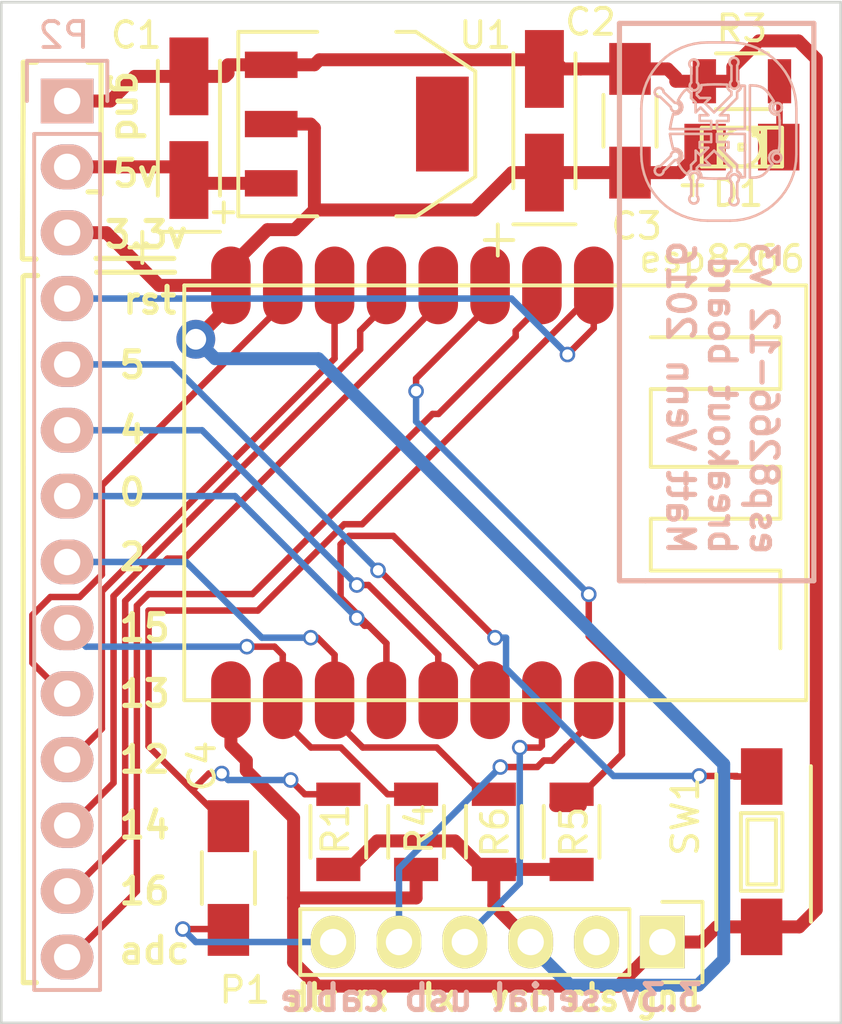
<source format=kicad_pcb>
(kicad_pcb (version 20171130) (host pcbnew "(5.1.12)-1")

  (general
    (thickness 1.6)
    (drawings 621)
    (tracks 260)
    (zones 0)
    (modules 15)
    (nets 20)
  )

  (page A4)
  (layers
    (0 F.Cu signal)
    (31 B.Cu signal)
    (32 B.Adhes user hide)
    (33 F.Adhes user hide)
    (34 B.Paste user hide)
    (35 F.Paste user hide)
    (36 B.SilkS user)
    (37 F.SilkS user)
    (38 B.Mask user)
    (39 F.Mask user)
    (40 Dwgs.User user hide)
    (41 Cmts.User user hide)
    (42 Eco1.User user hide)
    (43 Eco2.User user hide)
    (44 Edge.Cuts user)
    (45 Margin user hide)
    (46 B.CrtYd user hide)
    (47 F.CrtYd user)
    (48 B.Fab user hide)
    (49 F.Fab user hide)
  )

  (setup
    (last_trace_width 0.25)
    (trace_clearance 0.2)
    (zone_clearance 0.508)
    (zone_45_only no)
    (trace_min 0.2)
    (via_size 0.6)
    (via_drill 0.4)
    (via_min_size 0.4)
    (via_min_drill 0.3)
    (uvia_size 0.3)
    (uvia_drill 0.1)
    (uvias_allowed no)
    (uvia_min_size 0.2)
    (uvia_min_drill 0.1)
    (edge_width 0.1)
    (segment_width 0.2)
    (pcb_text_width 0.3)
    (pcb_text_size 1.5 1.5)
    (mod_edge_width 0.15)
    (mod_text_size 1 1)
    (mod_text_width 0.15)
    (pad_size 1.5 1.5)
    (pad_drill 0.6)
    (pad_to_mask_clearance 0)
    (aux_axis_origin 109.855 101.473)
    (grid_origin 110.109 101.6)
    (visible_elements 7FFFFFFF)
    (pcbplotparams
      (layerselection 0x010f0_80000001)
      (usegerberextensions false)
      (usegerberattributes true)
      (usegerberadvancedattributes true)
      (creategerberjobfile true)
      (excludeedgelayer true)
      (linewidth 0.100000)
      (plotframeref false)
      (viasonmask false)
      (mode 1)
      (useauxorigin false)
      (hpglpennumber 1)
      (hpglpenspeed 20)
      (hpglpendiameter 15.000000)
      (psnegative false)
      (psa4output false)
      (plotreference true)
      (plotvalue true)
      (plotinvisibletext false)
      (padsonsilk false)
      (subtractmaskfromsilk false)
      (outputformat 1)
      (mirror false)
      (drillshape 0)
      (scaleselection 1)
      (outputdirectory "gerbers/"))
  )

  (net 0 "")
  (net 1 GND)
  (net 2 +5V)
  (net 3 +3V3)
  (net 4 "Net-(C4-Pad1)")
  (net 5 /gpio0)
  (net 6 /reset)
  (net 7 /rx)
  (net 8 /tx)
  (net 9 /gpio5)
  (net 10 /gpio4)
  (net 11 /gpio2)
  (net 12 /gpio15)
  (net 13 /gpio13)
  (net 14 /gpio12)
  (net 15 /gpio14)
  (net 16 /gpio16)
  (net 17 /adc)
  (net 18 "Net-(D1-Pad1)")
  (net 19 /ch_pd)

  (net_class Default "This is the default net class."
    (clearance 0.2)
    (trace_width 0.25)
    (via_dia 0.6)
    (via_drill 0.4)
    (uvia_dia 0.3)
    (uvia_drill 0.1)
    (add_net /adc)
    (add_net /ch_pd)
    (add_net /gpio0)
    (add_net /gpio12)
    (add_net /gpio13)
    (add_net /gpio14)
    (add_net /gpio15)
    (add_net /gpio16)
    (add_net /gpio2)
    (add_net /gpio4)
    (add_net /gpio5)
    (add_net /reset)
    (add_net /rx)
    (add_net /tx)
    (add_net "Net-(C4-Pad1)")
    (add_net "Net-(D1-Pad1)")
  )

  (net_class etch ""
    (clearance 0.4)
    (trace_width 0.5)
    (via_dia 1.5)
    (via_drill 0.8)
    (uvia_dia 0.3)
    (uvia_drill 0.1)
    (add_net +3V3)
    (add_net +5V)
    (add_net GND)
  )

  (module LEDs:LED-1206 (layer F.Cu) (tedit 5538B1FB) (tstamp 55B376F4)
    (at 138.43 107.188 180)
    (descr "LED 1206 smd package")
    (tags "LED1206 SMD")
    (path /55B2ABC8)
    (attr smd)
    (fp_text reference D1 (at 0.14986 -1.778 180) (layer F.SilkS)
      (effects (font (size 1 1) (thickness 0.15)))
    )
    (fp_text value LED (at 0 1.65 180) (layer F.Fab)
      (effects (font (size 1 1) (thickness 0.15)))
    )
    (fp_line (start 0.09906 0.09906) (end -0.09906 0.09906) (layer F.SilkS) (width 0.15))
    (fp_line (start -0.09906 0.09906) (end -0.09906 -0.09906) (layer F.SilkS) (width 0.15))
    (fp_line (start 0.09906 -0.09906) (end -0.09906 -0.09906) (layer F.SilkS) (width 0.15))
    (fp_line (start 0.09906 0.09906) (end 0.09906 -0.09906) (layer F.SilkS) (width 0.15))
    (fp_line (start -0.44958 0.6985) (end -0.79756 0.6985) (layer F.SilkS) (width 0.15))
    (fp_line (start -0.79756 0.6985) (end -0.79756 0.44958) (layer F.SilkS) (width 0.15))
    (fp_line (start -0.44958 0.44958) (end -0.79756 0.44958) (layer F.SilkS) (width 0.15))
    (fp_line (start -0.44958 0.6985) (end -0.44958 0.44958) (layer F.SilkS) (width 0.15))
    (fp_line (start -0.79756 0.6985) (end -0.89916 0.6985) (layer F.SilkS) (width 0.15))
    (fp_line (start -0.89916 0.6985) (end -0.89916 -0.49784) (layer F.SilkS) (width 0.15))
    (fp_line (start -0.79756 -0.49784) (end -0.89916 -0.49784) (layer F.SilkS) (width 0.15))
    (fp_line (start -0.79756 0.6985) (end -0.79756 -0.49784) (layer F.SilkS) (width 0.15))
    (fp_line (start -0.79756 -0.54864) (end -0.89916 -0.54864) (layer F.SilkS) (width 0.15))
    (fp_line (start -0.89916 -0.54864) (end -0.89916 -0.6985) (layer F.SilkS) (width 0.15))
    (fp_line (start -0.79756 -0.6985) (end -0.89916 -0.6985) (layer F.SilkS) (width 0.15))
    (fp_line (start -0.79756 -0.54864) (end -0.79756 -0.6985) (layer F.SilkS) (width 0.15))
    (fp_line (start 0.89916 0.6985) (end 0.79756 0.6985) (layer F.SilkS) (width 0.15))
    (fp_line (start 0.79756 0.6985) (end 0.79756 -0.49784) (layer F.SilkS) (width 0.15))
    (fp_line (start 0.89916 -0.49784) (end 0.79756 -0.49784) (layer F.SilkS) (width 0.15))
    (fp_line (start 0.89916 0.6985) (end 0.89916 -0.49784) (layer F.SilkS) (width 0.15))
    (fp_line (start 0.89916 -0.54864) (end 0.79756 -0.54864) (layer F.SilkS) (width 0.15))
    (fp_line (start 0.79756 -0.54864) (end 0.79756 -0.6985) (layer F.SilkS) (width 0.15))
    (fp_line (start 0.89916 -0.6985) (end 0.79756 -0.6985) (layer F.SilkS) (width 0.15))
    (fp_line (start 0.89916 -0.54864) (end 0.89916 -0.6985) (layer F.SilkS) (width 0.15))
    (fp_line (start -0.44958 0.6985) (end -0.59944 0.6985) (layer F.SilkS) (width 0.15))
    (fp_line (start -0.59944 0.6985) (end -0.59944 0.44958) (layer F.SilkS) (width 0.15))
    (fp_line (start -0.44958 0.44958) (end -0.59944 0.44958) (layer F.SilkS) (width 0.15))
    (fp_line (start -0.44958 0.6985) (end -0.44958 0.44958) (layer F.SilkS) (width 0.15))
    (fp_line (start -1.5494 0.7493) (end 1.5494 0.7493) (layer F.SilkS) (width 0.15))
    (fp_line (start 1.5494 0.7493) (end 1.5494 -0.7493) (layer F.SilkS) (width 0.15))
    (fp_line (start 1.5494 -0.7493) (end -1.5494 -0.7493) (layer F.SilkS) (width 0.15))
    (fp_line (start -1.5494 -0.7493) (end -1.5494 0.7493) (layer F.SilkS) (width 0.15))
    (fp_arc (start 0 0) (end -0.54864 0.49784) (angle -95.4) (layer F.SilkS) (width 0.15))
    (fp_arc (start 0 0) (end 0.54864 0.49784) (angle -84.5) (layer F.SilkS) (width 0.15))
    (fp_arc (start 0 0) (end 0.54864 -0.49784) (angle -95.4) (layer F.SilkS) (width 0.15))
    (fp_arc (start 0 0) (end -0.54864 -0.49784) (angle -84.5) (layer F.SilkS) (width 0.15))
    (pad 2 smd rect (at 1.41986 0) (size 1.59766 1.80086) (layers F.Cu F.Paste F.Mask)
      (net 3 +3V3))
    (pad 1 smd rect (at -1.41986 0) (size 1.59766 1.80086) (layers F.Cu F.Paste F.Mask)
      (net 18 "Net-(D1-Pad1)"))
  )

  (module Pin_Headers:Pin_Header_Straight_1x06 (layer F.Cu) (tedit 0) (tstamp 55AD31BD)
    (at 135.359 137.85 270)
    (descr "Through hole pin header")
    (tags "pin header")
    (path /55AD3AED)
    (fp_text reference P1 (at 1.85 16.106 180) (layer F.SilkS)
      (effects (font (size 1 1) (thickness 0.15)))
    )
    (fp_text value ftdi (at 0 -3.1 270) (layer F.Fab)
      (effects (font (size 1 1) (thickness 0.15)))
    )
    (fp_line (start -1.75 -1.75) (end -1.75 14.45) (layer F.CrtYd) (width 0.05))
    (fp_line (start 1.75 -1.75) (end 1.75 14.45) (layer F.CrtYd) (width 0.05))
    (fp_line (start -1.75 -1.75) (end 1.75 -1.75) (layer F.CrtYd) (width 0.05))
    (fp_line (start -1.75 14.45) (end 1.75 14.45) (layer F.CrtYd) (width 0.05))
    (fp_line (start 1.27 1.27) (end 1.27 13.97) (layer F.SilkS) (width 0.15))
    (fp_line (start 1.27 13.97) (end -1.27 13.97) (layer F.SilkS) (width 0.15))
    (fp_line (start -1.27 13.97) (end -1.27 1.27) (layer F.SilkS) (width 0.15))
    (fp_line (start 1.55 -1.55) (end 1.55 0) (layer F.SilkS) (width 0.15))
    (fp_line (start 1.27 1.27) (end -1.27 1.27) (layer F.SilkS) (width 0.15))
    (fp_line (start -1.55 0) (end -1.55 -1.55) (layer F.SilkS) (width 0.15))
    (fp_line (start -1.55 -1.55) (end 1.55 -1.55) (layer F.SilkS) (width 0.15))
    (pad 1 thru_hole rect (at 0 0 270) (size 2.032 1.7272) (drill 1.016) (layers *.Cu *.Mask F.SilkS)
      (net 1 GND))
    (pad 2 thru_hole oval (at 0 2.54 270) (size 2.032 1.7272) (drill 1.016) (layers *.Cu *.Mask F.SilkS))
    (pad 3 thru_hole oval (at 0 5.08 270) (size 2.032 1.7272) (drill 1.016) (layers *.Cu *.Mask F.SilkS)
      (net 3 +3V3))
    (pad 4 thru_hole oval (at 0 7.62 270) (size 2.032 1.7272) (drill 1.016) (layers *.Cu *.Mask F.SilkS)
      (net 7 /rx))
    (pad 5 thru_hole oval (at 0 10.16 270) (size 2.032 1.7272) (drill 1.016) (layers *.Cu *.Mask F.SilkS)
      (net 8 /tx))
    (pad 6 thru_hole oval (at 0 12.7 270) (size 2.032 1.7272) (drill 1.016) (layers *.Cu *.Mask F.SilkS)
      (net 4 "Net-(C4-Pad1)"))
    (model Pin_Headers.3dshapes/Pin_Header_Straight_1x06.wrl
      (offset (xyz 0 -6.349999904632568 0))
      (scale (xyz 1 1 1))
      (rotate (xyz 0 0 90))
    )
  )

  (module Pin_Headers:Pin_Header_Straight_1x14 (layer B.Cu) (tedit 0) (tstamp 55B263AC)
    (at 112.395 105.41 180)
    (descr "Through hole pin header")
    (tags "pin header")
    (path /55AD4557)
    (fp_text reference P2 (at 0.127 2.54 180) (layer B.SilkS)
      (effects (font (size 1 1) (thickness 0.15)) (justify mirror))
    )
    (fp_text value CONN_01X14 (at -3.175 8.255 180) (layer B.Fab)
      (effects (font (size 1 1) (thickness 0.15)) (justify mirror))
    )
    (fp_line (start -1.75 1.75) (end -1.75 -34.8) (layer B.CrtYd) (width 0.05))
    (fp_line (start 1.75 1.75) (end 1.75 -34.8) (layer B.CrtYd) (width 0.05))
    (fp_line (start -1.75 1.75) (end 1.75 1.75) (layer B.CrtYd) (width 0.05))
    (fp_line (start -1.75 -34.8) (end 1.75 -34.8) (layer B.CrtYd) (width 0.05))
    (fp_line (start -1.27 -1.27) (end -1.27 -34.29) (layer B.SilkS) (width 0.15))
    (fp_line (start -1.27 -34.29) (end 1.27 -34.29) (layer B.SilkS) (width 0.15))
    (fp_line (start 1.27 -34.29) (end 1.27 -1.27) (layer B.SilkS) (width 0.15))
    (fp_line (start 1.55 1.55) (end 1.55 0) (layer B.SilkS) (width 0.15))
    (fp_line (start 1.27 -1.27) (end -1.27 -1.27) (layer B.SilkS) (width 0.15))
    (fp_line (start -1.55 0) (end -1.55 1.55) (layer B.SilkS) (width 0.15))
    (fp_line (start -1.55 1.55) (end 1.55 1.55) (layer B.SilkS) (width 0.15))
    (pad 1 thru_hole rect (at 0 0 180) (size 2.032 1.7272) (drill 1.016) (layers *.Cu *.Mask B.SilkS)
      (net 1 GND))
    (pad 2 thru_hole oval (at 0 -2.54 180) (size 2.032 1.7272) (drill 1.016) (layers *.Cu *.Mask B.SilkS)
      (net 2 +5V))
    (pad 3 thru_hole oval (at 0 -5.08 180) (size 2.032 1.7272) (drill 1.016) (layers *.Cu *.Mask B.SilkS)
      (net 3 +3V3))
    (pad 4 thru_hole oval (at 0 -7.62 180) (size 2.032 1.7272) (drill 1.016) (layers *.Cu *.Mask B.SilkS)
      (net 6 /reset))
    (pad 5 thru_hole oval (at 0 -10.16 180) (size 2.032 1.7272) (drill 1.016) (layers *.Cu *.Mask B.SilkS)
      (net 9 /gpio5))
    (pad 6 thru_hole oval (at 0 -12.7 180) (size 2.032 1.7272) (drill 1.016) (layers *.Cu *.Mask B.SilkS)
      (net 10 /gpio4))
    (pad 7 thru_hole oval (at 0 -15.24 180) (size 2.032 1.7272) (drill 1.016) (layers *.Cu *.Mask B.SilkS)
      (net 5 /gpio0))
    (pad 8 thru_hole oval (at 0 -17.78 180) (size 2.032 1.7272) (drill 1.016) (layers *.Cu *.Mask B.SilkS)
      (net 11 /gpio2))
    (pad 9 thru_hole oval (at 0 -20.32 180) (size 2.032 1.7272) (drill 1.016) (layers *.Cu *.Mask B.SilkS)
      (net 12 /gpio15))
    (pad 10 thru_hole oval (at 0 -22.86 180) (size 2.032 1.7272) (drill 1.016) (layers *.Cu *.Mask B.SilkS)
      (net 13 /gpio13))
    (pad 11 thru_hole oval (at 0 -25.4 180) (size 2.032 1.7272) (drill 1.016) (layers *.Cu *.Mask B.SilkS)
      (net 14 /gpio12))
    (pad 12 thru_hole oval (at 0 -27.94 180) (size 2.032 1.7272) (drill 1.016) (layers *.Cu *.Mask B.SilkS)
      (net 15 /gpio14))
    (pad 13 thru_hole oval (at 0 -30.48 180) (size 2.032 1.7272) (drill 1.016) (layers *.Cu *.Mask B.SilkS)
      (net 16 /gpio16))
    (pad 14 thru_hole oval (at 0 -33.02 180) (size 2.032 1.7272) (drill 1.016) (layers *.Cu *.Mask B.SilkS)
      (net 17 /adc))
    (model Pin_Headers.3dshapes/Pin_Header_Straight_1x14.wrl
      (offset (xyz 0 -16.50999975204468 0))
      (scale (xyz 1 1 1))
      (rotate (xyz 0 0 90))
    )
  )

  (module Capacitors_Tantalum_SMD:TantalC_SizeA_EIA-3216_HandSoldering (layer F.Cu) (tedit 0) (tstamp 55B28615)
    (at 117.094 106.459 90)
    (descr "Tantal Cap. , Size A, EIA-3216, Hand Soldering,")
    (tags "Tantal Cap. , Size A, EIA-3216, Hand Soldering,")
    (path /55AD3174)
    (attr smd)
    (fp_text reference C1 (at 3.58902 -2.032 180) (layer F.SilkS)
      (effects (font (size 1 1) (thickness 0.15)))
    )
    (fp_text value 10uf (at -0.09906 3.0988 90) (layer F.Fab)
      (effects (font (size 1 1) (thickness 0.15)))
    )
    (fp_line (start -2.60096 1.19888) (end 2.60096 1.19888) (layer F.SilkS) (width 0.15))
    (fp_line (start 2.60096 -1.19888) (end -2.60096 -1.19888) (layer F.SilkS) (width 0.15))
    (fp_line (start -4.59994 -2.2987) (end -4.59994 -1.19888) (layer F.SilkS) (width 0.15))
    (fp_line (start -5.19938 -1.79832) (end -4.0005 -1.79832) (layer F.SilkS) (width 0.15))
    (fp_line (start -3.99542 -1.19888) (end -3.99542 1.19888) (layer F.SilkS) (width 0.15))
    (fp_text user + (at -2.20218 19.3548 90) (layer F.SilkS)
      (effects (font (size 1 1) (thickness 0.15)))
    )
    (pad 2 smd rect (at 1.99898 0 90) (size 2.99974 1.50114) (layers F.Cu F.Paste F.Mask)
      (net 1 GND))
    (pad 1 smd rect (at -1.99898 0 90) (size 2.99974 1.50114) (layers F.Cu F.Paste F.Mask)
      (net 2 +5V))
    (model Capacitors_Tantalum_SMD.3dshapes/TantalC_SizeA_EIA-3216_HandSoldering.wrl
      (at (xyz 0 0 0))
      (scale (xyz 1 1 1))
      (rotate (xyz 0 0 180))
    )
  )

  (module Capacitors_Tantalum_SMD:TantalC_SizeA_EIA-3216_HandSoldering (layer F.Cu) (tedit 0) (tstamp 55B2861A)
    (at 130.81 106.172 90)
    (descr "Tantal Cap. , Size A, EIA-3216, Hand Soldering,")
    (tags "Tantal Cap. , Size A, EIA-3216, Hand Soldering,")
    (path /55AD317B)
    (attr smd)
    (fp_text reference C2 (at 3.81 1.778 180) (layer F.SilkS)
      (effects (font (size 1 1) (thickness 0.15)))
    )
    (fp_text value 10uf (at -0.09906 3.0988 90) (layer F.Fab)
      (effects (font (size 1 1) (thickness 0.15)))
    )
    (fp_line (start -2.60096 1.19888) (end 2.60096 1.19888) (layer F.SilkS) (width 0.15))
    (fp_line (start 2.60096 -1.19888) (end -2.60096 -1.19888) (layer F.SilkS) (width 0.15))
    (fp_line (start -4.59994 -2.2987) (end -4.59994 -1.19888) (layer F.SilkS) (width 0.15))
    (fp_line (start -5.19938 -1.79832) (end -4.0005 -1.79832) (layer F.SilkS) (width 0.15))
    (fp_line (start -3.99542 -1.19888) (end -3.99542 1.19888) (layer F.SilkS) (width 0.15))
    (fp_text user + (at -3.5306 -12.446 90) (layer F.SilkS)
      (effects (font (size 1 1) (thickness 0.15)))
    )
    (pad 2 smd rect (at 1.99898 0 90) (size 2.99974 1.50114) (layers F.Cu F.Paste F.Mask)
      (net 1 GND))
    (pad 1 smd rect (at -1.99898 0 90) (size 2.99974 1.50114) (layers F.Cu F.Paste F.Mask)
      (net 3 +3V3))
    (model Capacitors_Tantalum_SMD.3dshapes/TantalC_SizeA_EIA-3216_HandSoldering.wrl
      (at (xyz 0 0 0))
      (scale (xyz 1 1 1))
      (rotate (xyz 0 0 180))
    )
  )

  (module Capacitors_SMD:C_1206_HandSoldering (layer F.Cu) (tedit 541A9C03) (tstamp 55B2861F)
    (at 134.112 106.172 90)
    (descr "Capacitor SMD 1206, hand soldering")
    (tags "capacitor 1206")
    (path /55AD318E)
    (attr smd)
    (fp_text reference C3 (at -4.064 0.254) (layer F.SilkS)
      (effects (font (size 1 1) (thickness 0.15)))
    )
    (fp_text value 0.1uf (at 0 2.3 90) (layer F.Fab)
      (effects (font (size 1 1) (thickness 0.15)))
    )
    (fp_line (start -3.3 -1.15) (end 3.3 -1.15) (layer F.CrtYd) (width 0.05))
    (fp_line (start -3.3 1.15) (end 3.3 1.15) (layer F.CrtYd) (width 0.05))
    (fp_line (start -3.3 -1.15) (end -3.3 1.15) (layer F.CrtYd) (width 0.05))
    (fp_line (start 3.3 -1.15) (end 3.3 1.15) (layer F.CrtYd) (width 0.05))
    (fp_line (start 1 -1.025) (end -1 -1.025) (layer F.SilkS) (width 0.15))
    (fp_line (start -1 1.025) (end 1 1.025) (layer F.SilkS) (width 0.15))
    (pad 1 smd rect (at -2 0 90) (size 2 1.6) (layers F.Cu F.Paste F.Mask)
      (net 3 +3V3))
    (pad 2 smd rect (at 2 0 90) (size 2 1.6) (layers F.Cu F.Paste F.Mask)
      (net 1 GND))
    (model Capacitors_SMD.3dshapes/C_1206_HandSoldering.wrl
      (at (xyz 0 0 0))
      (scale (xyz 1 1 1))
      (rotate (xyz 0 0 0))
    )
  )

  (module Capacitors_SMD:C_1206_HandSoldering (layer F.Cu) (tedit 541A9C03) (tstamp 55B28624)
    (at 118.618 135.382 90)
    (descr "Capacitor SMD 1206, hand soldering")
    (tags "capacitor 1206")
    (path /55AD3B1B)
    (attr smd)
    (fp_text reference C4 (at 4.318 -1.016 90) (layer F.SilkS)
      (effects (font (size 1 1) (thickness 0.15)))
    )
    (fp_text value 1uf (at 0 2.3 90) (layer F.Fab)
      (effects (font (size 1 1) (thickness 0.15)))
    )
    (fp_line (start -3.3 -1.15) (end 3.3 -1.15) (layer F.CrtYd) (width 0.05))
    (fp_line (start -3.3 1.15) (end 3.3 1.15) (layer F.CrtYd) (width 0.05))
    (fp_line (start -3.3 -1.15) (end -3.3 1.15) (layer F.CrtYd) (width 0.05))
    (fp_line (start 3.3 -1.15) (end 3.3 1.15) (layer F.CrtYd) (width 0.05))
    (fp_line (start 1 -1.025) (end -1 -1.025) (layer F.SilkS) (width 0.15))
    (fp_line (start -1 1.025) (end 1 1.025) (layer F.SilkS) (width 0.15))
    (pad 1 smd rect (at -2 0 90) (size 2 1.6) (layers F.Cu F.Paste F.Mask)
      (net 4 "Net-(C4-Pad1)"))
    (pad 2 smd rect (at 2 0 90) (size 2 1.6) (layers F.Cu F.Paste F.Mask)
      (net 6 /reset))
    (model Capacitors_SMD.3dshapes/C_1206_HandSoldering.wrl
      (at (xyz 0 0 0))
      (scale (xyz 1 1 1))
      (rotate (xyz 0 0 0))
    )
  )

  (module Resistors_SMD:R_1206 (layer F.Cu) (tedit 5415CFA7) (tstamp 55B28629)
    (at 122.859 133.6 90)
    (descr "Resistor SMD 1206, reflow soldering, Vishay (see dcrcw.pdf)")
    (tags "resistor 1206")
    (path /55ACED8E)
    (attr smd)
    (fp_text reference R1 (at 0.1 -0.109 90) (layer F.SilkS)
      (effects (font (size 1 1) (thickness 0.15)))
    )
    (fp_text value 10k (at 0 2.3 90) (layer F.Fab)
      (effects (font (size 1 1) (thickness 0.15)))
    )
    (fp_line (start -2.2 -1.2) (end 2.2 -1.2) (layer F.CrtYd) (width 0.05))
    (fp_line (start -2.2 1.2) (end 2.2 1.2) (layer F.CrtYd) (width 0.05))
    (fp_line (start -2.2 -1.2) (end -2.2 1.2) (layer F.CrtYd) (width 0.05))
    (fp_line (start 2.2 -1.2) (end 2.2 1.2) (layer F.CrtYd) (width 0.05))
    (fp_line (start 1 1.075) (end -1 1.075) (layer F.SilkS) (width 0.15))
    (fp_line (start -1 -1.075) (end 1 -1.075) (layer F.SilkS) (width 0.15))
    (pad 1 smd rect (at -1.45 0 90) (size 0.9 1.7) (layers F.Cu F.Paste F.Mask)
      (net 3 +3V3))
    (pad 2 smd rect (at 1.45 0 90) (size 0.9 1.7) (layers F.Cu F.Paste F.Mask)
      (net 6 /reset))
    (model Resistors_SMD.3dshapes/R_1206.wrl
      (at (xyz 0 0 0))
      (scale (xyz 1 1 1))
      (rotate (xyz 0 0 0))
    )
  )

  (module SMD_Packages:SOT-223 (layer F.Cu) (tedit 0) (tstamp 55B288E3)
    (at 123.571 106.299 270)
    (descr "module CMS SOT223 4 pins")
    (tags "CMS SOT")
    (path /55AD3145)
    (attr smd)
    (fp_text reference U1 (at -3.429 -4.953) (layer F.SilkS)
      (effects (font (size 1 1) (thickness 0.15)))
    )
    (fp_text value AP1117D33 (at 0 0.762 270) (layer F.Fab)
      (effects (font (size 1 1) (thickness 0.15)))
    )
    (fp_line (start -3.556 1.524) (end -3.556 4.572) (layer F.SilkS) (width 0.15))
    (fp_line (start -3.556 4.572) (end 3.556 4.572) (layer F.SilkS) (width 0.15))
    (fp_line (start 3.556 4.572) (end 3.556 1.524) (layer F.SilkS) (width 0.15))
    (fp_line (start -3.556 -1.524) (end -3.556 -2.286) (layer F.SilkS) (width 0.15))
    (fp_line (start -3.556 -2.286) (end -2.032 -4.572) (layer F.SilkS) (width 0.15))
    (fp_line (start -2.032 -4.572) (end 2.032 -4.572) (layer F.SilkS) (width 0.15))
    (fp_line (start 2.032 -4.572) (end 3.556 -2.286) (layer F.SilkS) (width 0.15))
    (fp_line (start 3.556 -2.286) (end 3.556 -1.524) (layer F.SilkS) (width 0.15))
    (pad 4 smd rect (at 0 -3.302 270) (size 3.6576 2.032) (layers F.Cu F.Paste F.Mask))
    (pad 2 smd rect (at 0 3.302 270) (size 1.016 2.032) (layers F.Cu F.Paste F.Mask)
      (net 3 +3V3))
    (pad 3 smd rect (at 2.286 3.302 270) (size 1.016 2.032) (layers F.Cu F.Paste F.Mask)
      (net 2 +5V))
    (pad 1 smd rect (at -2.286 3.302 270) (size 1.016 2.032) (layers F.Cu F.Paste F.Mask)
      (net 1 GND))
    (model SMD_Packages.3dshapes/SOT-223.wrl
      (at (xyz 0 0 0))
      (scale (xyz 0.4 0.4 0.4))
      (rotate (xyz 0 0 0))
    )
  )

  (module esp8266-12:esp8266-12 (layer F.Cu) (tedit 55ACE67C) (tstamp 55B298D2)
    (at 118.714 112.622)
    (path /55ACECFB)
    (fp_text reference esp8266 (at 18.954 -1.116) (layer F.SilkS)
      (effects (font (size 1 1) (thickness 0.15)))
    )
    (fp_text value U2 (at 6.2 5.9) (layer F.Fab)
      (effects (font (size 1 1) (thickness 0.15)))
    )
    (fp_line (start 16.2 1.9) (end 21.2 1.9) (layer F.SilkS) (width 0.15))
    (fp_line (start 21.2 1.9) (end 21.2 3.9) (layer F.SilkS) (width 0.15))
    (fp_line (start 21.2 3.9) (end 16.2 3.9) (layer F.SilkS) (width 0.15))
    (fp_line (start 16.2 3.9) (end 16.2 6.9) (layer F.SilkS) (width 0.15))
    (fp_line (start 16.2 6.9) (end 21.2 6.9) (layer F.SilkS) (width 0.15))
    (fp_line (start 21.2 6.9) (end 21.2 8.9) (layer F.SilkS) (width 0.15))
    (fp_line (start 21.2 8.9) (end 16.2 8.9) (layer F.SilkS) (width 0.15))
    (fp_line (start 16.2 8.9) (end 16.2 10.9) (layer F.SilkS) (width 0.15))
    (fp_line (start 16.2 10.9) (end 21.2 10.9) (layer F.SilkS) (width 0.15))
    (fp_line (start 21.2 10.9) (end 21.2 13.9) (layer F.SilkS) (width 0.15))
    (fp_line (start -1.8 -0.1) (end -1.8 15.9) (layer F.SilkS) (width 0.15))
    (fp_line (start -1.8 15.9) (end 22.2 15.9) (layer F.SilkS) (width 0.15))
    (fp_line (start 22.2 15.9) (end 22.2 -0.1) (layer F.SilkS) (width 0.15))
    (fp_line (start 22.2 -0.1) (end -1.8 -0.1) (layer F.SilkS) (width 0.15))
    (pad 8 smd oval (at 0 -0.1) (size 1.524 3) (layers F.Cu F.Paste F.Mask)
      (net 3 +3V3))
    (pad 7 smd oval (at 2 -0.1) (size 1.524 3) (layers F.Cu F.Paste F.Mask)
      (net 13 /gpio13))
    (pad 6 smd oval (at 4 -0.1) (size 1.524 3) (layers F.Cu F.Paste F.Mask)
      (net 14 /gpio12))
    (pad 5 smd oval (at 6 -0.1) (size 1.524 3) (layers F.Cu F.Paste F.Mask)
      (net 15 /gpio14))
    (pad 4 smd oval (at 8 -0.1) (size 1.524 3) (layers F.Cu F.Paste F.Mask)
      (net 16 /gpio16))
    (pad 3 smd oval (at 10 -0.1) (size 1.524 3) (layers F.Cu F.Paste F.Mask)
      (net 19 /ch_pd))
    (pad 2 smd oval (at 12 -0.1) (size 1.524 3) (layers F.Cu F.Paste F.Mask)
      (net 17 /adc))
    (pad 1 smd oval (at 14 -0.1) (size 1.524 3) (layers F.Cu F.Paste F.Mask)
      (net 6 /reset))
    (pad 9 smd oval (at 0 15.9) (size 1.524 3) (layers F.Cu F.Paste F.Mask)
      (net 1 GND))
    (pad 10 smd oval (at 2 15.9) (size 1.524 3) (layers F.Cu F.Paste F.Mask)
      (net 12 /gpio15))
    (pad 11 smd oval (at 4 15.9) (size 1.524 3) (layers F.Cu F.Paste F.Mask)
      (net 11 /gpio2))
    (pad 12 smd oval (at 6 15.9) (size 1.524 3) (layers F.Cu F.Paste F.Mask)
      (net 5 /gpio0))
    (pad 13 smd oval (at 8 15.9) (size 1.524 3) (layers F.Cu F.Paste F.Mask)
      (net 10 /gpio4))
    (pad 14 smd oval (at 10 15.9) (size 1.524 3) (layers F.Cu F.Paste F.Mask)
      (net 9 /gpio5))
    (pad 15 smd oval (at 12 15.9) (size 1.524 3) (layers F.Cu F.Paste F.Mask)
      (net 7 /rx))
    (pad 16 smd oval (at 14 15.9) (size 1.524 3) (layers F.Cu F.Paste F.Mask)
      (net 8 /tx))
  )

  (module Resistors_SMD:R_1206 (layer F.Cu) (tedit 5415CFA7) (tstamp 55B376FA)
    (at 138.43 104.648 180)
    (descr "Resistor SMD 1206, reflow soldering, Vishay (see dcrcw.pdf)")
    (tags "resistor 1206")
    (path /55B2AC55)
    (attr smd)
    (fp_text reference R3 (at 0 2.032 180) (layer F.SilkS)
      (effects (font (size 1 1) (thickness 0.15)))
    )
    (fp_text value 68r (at 0 2.3 180) (layer F.Fab)
      (effects (font (size 1 1) (thickness 0.15)))
    )
    (fp_line (start -2.2 -1.2) (end 2.2 -1.2) (layer F.CrtYd) (width 0.05))
    (fp_line (start -2.2 1.2) (end 2.2 1.2) (layer F.CrtYd) (width 0.05))
    (fp_line (start -2.2 -1.2) (end -2.2 1.2) (layer F.CrtYd) (width 0.05))
    (fp_line (start 2.2 -1.2) (end 2.2 1.2) (layer F.CrtYd) (width 0.05))
    (fp_line (start 1 1.075) (end -1 1.075) (layer F.SilkS) (width 0.15))
    (fp_line (start -1 -1.075) (end 1 -1.075) (layer F.SilkS) (width 0.15))
    (pad 1 smd rect (at -1.45 0 180) (size 0.9 1.7) (layers F.Cu F.Paste F.Mask)
      (net 18 "Net-(D1-Pad1)"))
    (pad 2 smd rect (at 1.45 0 180) (size 0.9 1.7) (layers F.Cu F.Paste F.Mask)
      (net 1 GND))
    (model Resistors_SMD.3dshapes/R_1206.wrl
      (at (xyz 0 0 0))
      (scale (xyz 1 1 1))
      (rotate (xyz 0 0 0))
    )
  )

  (module matt:SW_SPST_FSMSM (layer F.Cu) (tedit 55B3776E) (tstamp 55B37936)
    (at 139.192 134.366 270)
    (descr http://www.te.com/commerce/DocumentDelivery/DDEController?Action=srchrtrv&DocNm=1437566-3&DocType=Customer+Drawing&DocLang=English)
    (tags "SPST button tactile switch")
    (path /55AD3B14)
    (attr smd)
    (fp_text reference SW1 (at -1.366 2.942 90) (layer F.SilkS)
      (effects (font (size 1 1) (thickness 0.15)))
    )
    (fp_text value SW_PUSH (at 0.2 2.7 270) (layer F.Fab)
      (effects (font (size 1 1) (thickness 0.15)))
    )
    (fp_line (start -1.23989 -0.55022) (end 1.26011 -0.55022) (layer F.SilkS) (width 0.15))
    (fp_line (start 1.26011 -0.55022) (end 1.26011 0.54978) (layer F.SilkS) (width 0.15))
    (fp_line (start 1.26011 0.54978) (end -1.23989 0.54978) (layer F.SilkS) (width 0.15))
    (fp_line (start -1.23989 0.54978) (end -1.23989 -0.55022) (layer F.SilkS) (width 0.15))
    (fp_line (start -1.48989 0.79978) (end 1.51011 0.79978) (layer F.SilkS) (width 0.15))
    (fp_line (start -1.48989 -0.80022) (end 1.51011 -0.80022) (layer F.SilkS) (width 0.15))
    (fp_line (start 1.51011 -0.80022) (end 1.51011 0.79978) (layer F.SilkS) (width 0.15))
    (fp_line (start -1.48989 -0.80022) (end -1.48989 0.79978) (layer F.SilkS) (width 0.15))
    (fp_line (start -4.3 1.9) (end 4.3 1.9) (layer F.CrtYd) (width 0.05))
    (fp_line (start 4.3 -2) (end 4.3 1.95) (layer F.CrtYd) (width 0.05))
    (fp_line (start -2.98989 1.74978) (end 3.01011 1.74978) (layer F.SilkS) (width 0.15))
    (fp_line (start -3.3 -1.9) (end 2.7 -1.9) (layer F.SilkS) (width 0.15))
    (fp_line (start -4.3 -2) (end -4.3 1.95) (layer F.CrtYd) (width 0.05))
    (fp_line (start -4.3 -2) (end 4.3 -2) (layer F.CrtYd) (width 0.05))
    (pad 1 smd rect (at -2.9 -0.00232 270) (size 2.18 1.6) (layers F.Cu F.Paste F.Mask)
      (net 5 /gpio0))
    (pad 2 smd rect (at 2.9 0.00232 270) (size 2.18 1.6) (layers F.Cu F.Paste F.Mask)
      (net 1 GND))
  )

  (module Resistors_SMD:R_1206 (layer F.Cu) (tedit 5415CFA7) (tstamp 5715F669)
    (at 128.859 133.6 90)
    (descr "Resistor SMD 1206, reflow soldering, Vishay (see dcrcw.pdf)")
    (tags "resistor 1206")
    (path /5715F6B6)
    (attr smd)
    (fp_text reference R4 (at 0.123 -2.875 90) (layer F.SilkS)
      (effects (font (size 1 1) (thickness 0.15)))
    )
    (fp_text value 10k (at 0 2.3 90) (layer F.Fab)
      (effects (font (size 1 1) (thickness 0.15)))
    )
    (fp_line (start -2.2 -1.2) (end 2.2 -1.2) (layer F.CrtYd) (width 0.05))
    (fp_line (start -2.2 1.2) (end 2.2 1.2) (layer F.CrtYd) (width 0.05))
    (fp_line (start -2.2 -1.2) (end -2.2 1.2) (layer F.CrtYd) (width 0.05))
    (fp_line (start 2.2 -1.2) (end 2.2 1.2) (layer F.CrtYd) (width 0.05))
    (fp_line (start 1 1.075) (end -1 1.075) (layer F.SilkS) (width 0.15))
    (fp_line (start -1 -1.075) (end 1 -1.075) (layer F.SilkS) (width 0.15))
    (pad 1 smd rect (at -1.45 0 90) (size 0.9 1.7) (layers F.Cu F.Paste F.Mask)
      (net 3 +3V3))
    (pad 2 smd rect (at 1.45 0 90) (size 0.9 1.7) (layers F.Cu F.Paste F.Mask)
      (net 11 /gpio2))
    (model Resistors_SMD.3dshapes/R_1206.wrl
      (at (xyz 0 0 0))
      (scale (xyz 1 1 1))
      (rotate (xyz 0 0 0))
    )
  )

  (module Resistors_SMD:R_1206 (layer F.Cu) (tedit 5415CFA7) (tstamp 5715F66F)
    (at 131.859 133.6 90)
    (descr "Resistor SMD 1206, reflow soldering, Vishay (see dcrcw.pdf)")
    (tags "resistor 1206")
    (path /5715F72C)
    (attr smd)
    (fp_text reference R5 (at -0.004 0.094 90) (layer F.SilkS)
      (effects (font (size 1 1) (thickness 0.15)))
    )
    (fp_text value 10k (at 0 2.3 90) (layer F.Fab)
      (effects (font (size 1 1) (thickness 0.15)))
    )
    (fp_line (start -2.2 -1.2) (end 2.2 -1.2) (layer F.CrtYd) (width 0.05))
    (fp_line (start -2.2 1.2) (end 2.2 1.2) (layer F.CrtYd) (width 0.05))
    (fp_line (start -2.2 -1.2) (end -2.2 1.2) (layer F.CrtYd) (width 0.05))
    (fp_line (start 2.2 -1.2) (end 2.2 1.2) (layer F.CrtYd) (width 0.05))
    (fp_line (start 1 1.075) (end -1 1.075) (layer F.SilkS) (width 0.15))
    (fp_line (start -1 -1.075) (end 1 -1.075) (layer F.SilkS) (width 0.15))
    (pad 1 smd rect (at -1.45 0 90) (size 0.9 1.7) (layers F.Cu F.Paste F.Mask)
      (net 3 +3V3))
    (pad 2 smd rect (at 1.45 0 90) (size 0.9 1.7) (layers F.Cu F.Paste F.Mask)
      (net 19 /ch_pd))
    (model Resistors_SMD.3dshapes/R_1206.wrl
      (at (xyz 0 0 0))
      (scale (xyz 1 1 1))
      (rotate (xyz 0 0 0))
    )
  )

  (module Resistors_SMD:R_1206 (layer F.Cu) (tedit 5415CFA7) (tstamp 5715F675)
    (at 125.859 133.6 270)
    (descr "Resistor SMD 1206, reflow soldering, Vishay (see dcrcw.pdf)")
    (tags "resistor 1206")
    (path /5715F783)
    (attr smd)
    (fp_text reference R6 (at 0.004 -3.046 270) (layer F.SilkS)
      (effects (font (size 1 1) (thickness 0.15)))
    )
    (fp_text value 10k (at 0 2.3 270) (layer F.Fab)
      (effects (font (size 1 1) (thickness 0.15)))
    )
    (fp_line (start -2.2 -1.2) (end 2.2 -1.2) (layer F.CrtYd) (width 0.05))
    (fp_line (start -2.2 1.2) (end 2.2 1.2) (layer F.CrtYd) (width 0.05))
    (fp_line (start -2.2 -1.2) (end -2.2 1.2) (layer F.CrtYd) (width 0.05))
    (fp_line (start 2.2 -1.2) (end 2.2 1.2) (layer F.CrtYd) (width 0.05))
    (fp_line (start 1 1.075) (end -1 1.075) (layer F.SilkS) (width 0.15))
    (fp_line (start -1 -1.075) (end 1 -1.075) (layer F.SilkS) (width 0.15))
    (pad 1 smd rect (at -1.45 0 270) (size 0.9 1.7) (layers F.Cu F.Paste F.Mask)
      (net 12 /gpio15))
    (pad 2 smd rect (at 1.45 0 270) (size 0.9 1.7) (layers F.Cu F.Paste F.Mask)
      (net 1 GND))
    (model Resistors_SMD.3dshapes/R_1206.wrl
      (at (xyz 0 0 0))
      (scale (xyz 1 1 1))
      (rotate (xyz 0 0 0))
    )
  )

  (gr_text "dtr rx  tx  vcc cts gnd" (at 128.8542 140) (layer F.SilkS)
    (effects (font (size 1 0.9) (thickness 0.2)))
  )
  (gr_text "3.3v serial usb cable" (at 128.75 140) (layer B.SilkS)
    (effects (font (size 1 1) (thickness 0.2)) (justify mirror))
  )
  (gr_text rst (at 114.4524 113.1062) (layer F.SilkS) (tstamp 55B51C99)
    (effects (font (size 1 1) (thickness 0.2)) (justify left))
  )
  (gr_text "esp8266-12 v3\nbreakout board\nMatt Venn 2016" (at 137.668 123 270) (layer B.SilkS)
    (effects (font (size 1 1) (thickness 0.2)) (justify left mirror))
  )
  (gr_text gnd (at 114.808 104.14 270) (layer F.SilkS) (tstamp 55B29334)
    (effects (font (size 1 1) (thickness 0.2)) (justify left))
  )
  (gr_text 5v (at 114.046 108.204) (layer F.SilkS) (tstamp 55B29321)
    (effects (font (size 1 1) (thickness 0.2)) (justify left))
  )
  (gr_text 3.3v (at 113.7412 110.5662) (layer F.SilkS) (tstamp 55B29320)
    (effects (font (size 1 1) (thickness 0.2)) (justify left))
  )
  (gr_text 5 (at 114.3 115.5954) (layer F.SilkS) (tstamp 55B2931D)
    (effects (font (size 1 1) (thickness 0.2)) (justify left))
  )
  (gr_text 4 (at 114.3 118.11) (layer F.SilkS) (tstamp 55B2931A)
    (effects (font (size 1 1) (thickness 0.2)) (justify left))
  )
  (gr_text 0 (at 114.3 120.5) (layer F.SilkS) (tstamp 55B29319)
    (effects (font (size 1 1) (thickness 0.2)) (justify left))
  )
  (gr_text 2 (at 114.3 123) (layer F.SilkS) (tstamp 55B29317)
    (effects (font (size 1 1) (thickness 0.2)) (justify left))
  )
  (gr_text 15 (at 114.3 125.73) (layer F.SilkS) (tstamp 55B29315)
    (effects (font (size 1 1) (thickness 0.2)) (justify left))
  )
  (gr_text 13 (at 114.3 128.27) (layer F.SilkS) (tstamp 55B29311)
    (effects (font (size 1 1) (thickness 0.2)) (justify left))
  )
  (gr_text 12 (at 114.3 130.81) (layer F.SilkS) (tstamp 55B29310)
    (effects (font (size 1 1) (thickness 0.2)) (justify left))
  )
  (gr_text 14 (at 114.3 133.35) (layer F.SilkS) (tstamp 55B2930D)
    (effects (font (size 1 1) (thickness 0.2)) (justify left))
  )
  (gr_text 16 (at 114.3 135.89) (layer F.SilkS) (tstamp 55B29308)
    (effects (font (size 1 1) (thickness 0.2)) (justify left))
  )
  (gr_text adc (at 114.3 138.176) (layer F.SilkS)
    (effects (font (size 1 1) (thickness 0.2)) (justify left))
  )
  (gr_line (start 139.1955 103.457907) (end 139.40623 103.585675) (layer B.SilkS) (width 0.1))
  (gr_line (start 139.49445 105.16543) (end 139.41703 105.06223) (layer B.SilkS) (width 0.1))
  (gr_line (start 139.41703 105.06223) (end 139.33478 104.97483) (layer B.SilkS) (width 0.1))
  (gr_line (start 138.77146 104.80953) (end 138.73745 104.8099) (layer B.SilkS) (width 0.1))
  (gr_line (start 139.13203 104.8526) (end 138.9996 104.82048) (layer B.SilkS) (width 0.1))
  (gr_line (start 138.83852 104.80953) (end 138.77146 104.80953) (layer B.SilkS) (width 0.1))
  (gr_line (start 138.9996 104.82048) (end 138.83852 104.80953) (layer B.SilkS) (width 0.1))
  (gr_line (start 139.24178 104.90453) (end 139.13203 104.8526) (layer B.SilkS) (width 0.1))
  (gr_line (start 139.33478 104.97483) (end 139.24178 104.90453) (layer B.SilkS) (width 0.1))
  (gr_line (start 138.54431 104.82618) (end 138.53513 104.82521) (layer B.SilkS) (width 0.1))
  (gr_line (start 138.36066 104.95596) (end 138.30934 105.01021) (layer B.SilkS) (width 0.1))
  (gr_line (start 138.39609 104.88944) (end 138.36066 104.95596) (layer B.SilkS) (width 0.1))
  (gr_line (start 138.41236 104.81371) (end 138.39609 104.88944) (layer B.SilkS) (width 0.1))
  (gr_line (start 138.50888 104.8226) (end 138.46732 104.81869) (layer B.SilkS) (width 0.1))
  (gr_line (start 138.46732 104.81869) (end 138.41236 104.81371) (layer B.SilkS) (width 0.1))
  (gr_line (start 138.53513 104.82521) (end 138.50888 104.8226) (layer B.SilkS) (width 0.1))
  (gr_line (start 137.46721 106.67932) (end 138.54431 106.67932) (layer B.SilkS) (width 0.1))
  (gr_line (start 138.54431 104.82618) (end 138.54431 104.82618) (layer B.SilkS) (width 0.1))
  (gr_line (start 138.24499 105.29287) (end 137.57832 105.95954) (layer B.SilkS) (width 0.1))
  (gr_line (start 138.54431 106.49285) (end 138.54431 104.82618) (layer B.SilkS) (width 0.1))
  (gr_line (start 138.30934 105.01021) (end 138.24499 105.04911) (layer B.SilkS) (width 0.1))
  (gr_line (start 138.24499 105.04911) (end 138.24499 105.29287) (layer B.SilkS) (width 0.1))
  (gr_line (start 137.46721 106.49285) (end 138.54431 106.49285) (layer B.SilkS) (width 0.1))
  (gr_line (start 139.49927 105.6651) (end 139.51093 105.58519) (layer B.SilkS) (width 0.1))
  (gr_line (start 139.52114 105.77323) (end 139.49927 105.6651) (layer B.SilkS) (width 0.1))
  (gr_line (start 137.98067 104.82905) (end 137.99661 104.85846) (layer B.SilkS) (width 0.1))
  (gr_line (start 138.28372 104.85846) (end 138.29961 104.82905) (layer B.SilkS) (width 0.1))
  (gr_line (start 138.07289 104.92107) (end 138.10539 104.93117) (layer B.SilkS) (width 0.1))
  (gr_line (start 138.17516 104.93117) (end 138.20766 104.92107) (layer B.SilkS) (width 0.1))
  (gr_line (start 138.20766 104.92107) (end 138.23702 104.90518) (layer B.SilkS) (width 0.1))
  (gr_line (start 138.26261 104.88407) (end 138.28372 104.85846) (layer B.SilkS) (width 0.1))
  (gr_line (start 138.23702 104.90518) (end 138.26261 104.88407) (layer B.SilkS) (width 0.1))
  (gr_line (start 135.076475 108.15811) (end 135.11315 108.21626) (layer B.SilkS) (width 0.1))
  (gr_line (start 134.983539 108.90035) (end 134.855771 108.68962) (layer B.SilkS) (width 0.1))
  (gr_line (start 135.130403 109.09701) (end 134.983539 108.90035) (layer B.SilkS) (width 0.1))
  (gr_line (start 135.295171 109.27833) (end 135.130403 109.09701) (layer B.SilkS) (width 0.1))
  (gr_line (start 135.169519 108.25554) (end 135.234243 108.26971) (layer B.SilkS) (width 0.1))
  (gr_line (start 135.67315 109.58996) (end 135.476486 109.4431) (layer B.SilkS) (width 0.1))
  (gr_line (start 136.10745 109.8251) (end 135.88387 109.71772) (layer B.SilkS) (width 0.1))
  (gr_line (start 138.24499 107.87929) (end 137.57832 107.21262) (layer B.SilkS) (width 0.1))
  (gr_line (start 135.065299 108.09268) (end 135.076475 108.15811) (layer B.SilkS) (width 0.1))
  (gr_line (start 134.5481 107.4693) (end 134.5481 105.70639) (layer B.SilkS) (width 0.1))
  (gr_line (start 134.599858 107.98568) (end 134.561284 107.73135) (layer B.SilkS) (width 0.1))
  (gr_line (start 134.662683 108.23103) (end 134.599858 107.98568) (layer B.SilkS) (width 0.1))
  (gr_line (start 134.855771 108.68962) (end 134.748404 108.46604) (layer B.SilkS) (width 0.1))
  (gr_line (start 134.561284 107.73135) (end 134.5481 107.4693) (layer B.SilkS) (width 0.1))
  (gr_line (start 134.748404 108.46604) (end 134.662683 108.23103) (layer B.SilkS) (width 0.1))
  (gr_line (start 137.20056 107.87929) (end 137.00052 107.67932) (layer B.SilkS) (width 0.1))
  (gr_line (start 135.299565 108.25853) (end 135.357617 108.22179) (layer B.SilkS) (width 0.1))
  (gr_line (start 135.11315 108.21626) (end 135.169519 108.25554) (layer B.SilkS) (width 0.1))
  (gr_line (start 135.41111 108.102) (end 135.83819 107.69401) (layer B.SilkS) (width 0.1))
  (gr_line (start 135.396679 108.16608) (end 135.41111 108.102) (layer B.SilkS) (width 0.1))
  (gr_line (start 135.357617 108.22179) (end 135.396679 108.16608) (layer B.SilkS) (width 0.1))
  (gr_line (start 135.118737 107.97147) (end 135.079458 108.02785) (layer B.SilkS) (width 0.1))
  (gr_line (start 135.079458 108.02785) (end 135.065299 108.09268) (layer B.SilkS) (width 0.1))
  (gr_line (start 135.88387 109.71772) (end 135.67315 109.58996) (layer B.SilkS) (width 0.1))
  (gr_line (start 134.5481 105.70639) (end 134.561284 105.44429) (layer B.SilkS) (width 0.1))
  (gr_line (start 135.476486 109.4431) (end 135.295171 109.27833) (layer B.SilkS) (width 0.1))
  (gr_line (start 135.234243 108.26971) (end 135.299565 108.25853) (layer B.SilkS) (width 0.1))
  (gr_line (start 138.97193 103.35054) (end 139.1955 103.457907) (layer B.SilkS) (width 0.1))
  (gr_line (start 137.97513 103.15029) (end 138.23723 103.163419) (layer B.SilkS) (width 0.1))
  (gr_line (start 138.24792 104.036032) (end 138.28449 103.981344) (layer B.SilkS) (width 0.1))
  (gr_line (start 138.49157 103.201994) (end 138.73691 103.264819) (layer B.SilkS) (width 0.1))
  (gr_line (start 138.23723 103.163419) (end 138.49157 103.201994) (layer B.SilkS) (width 0.1))
  (gr_line (start 138.73691 103.264819) (end 138.97193 103.35054) (layer B.SilkS) (width 0.1))
  (gr_line (start 138.29788 103.914504) (end 138.29441 103.879565) (layer B.SilkS) (width 0.1))
  (gr_line (start 138.28449 103.981344) (end 138.29788 103.914504) (layer B.SilkS) (width 0.1))
  (gr_line (start 138.29441 103.879565) (end 138.28427 103.847068) (layer B.SilkS) (width 0.1))
  (gr_line (start 138.28427 103.847068) (end 138.26831 103.817662) (layer B.SilkS) (width 0.1))
  (gr_line (start 134.855771 104.48601) (end 134.983539 104.27529) (layer B.SilkS) (width 0.1))
  (gr_line (start 134.983539 104.27529) (end 135.130403 104.078621) (layer B.SilkS) (width 0.1))
  (gr_line (start 134.748404 104.7096) (end 134.855771 104.48601) (layer B.SilkS) (width 0.1))
  (gr_line (start 136.58781 103.201994) (end 136.84216 103.163419) (layer B.SilkS) (width 0.1))
  (gr_line (start 134.599858 105.18994) (end 134.662683 104.94461) (layer B.SilkS) (width 0.1))
  (gr_line (start 134.662683 104.94461) (end 134.748404 104.7096) (layer B.SilkS) (width 0.1))
  (gr_line (start 136.34248 103.264819) (end 136.58781 103.201994) (layer B.SilkS) (width 0.1))
  (gr_line (start 138.2955 104.68533) (end 138.27493 104.65311) (layer B.SilkS) (width 0.1))
  (gr_line (start 138.30863 104.72185) (end 138.2955 104.68533) (layer B.SilkS) (width 0.1))
  (gr_line (start 138.24792 104.6263) (end 138.24792 104.036032) (layer B.SilkS) (width 0.1))
  (gr_line (start 138.27493 104.65311) (end 138.24792 104.6263) (layer B.SilkS) (width 0.1))
  (gr_line (start 138.31318 104.76172) (end 138.30863 104.72185) (layer B.SilkS) (width 0.1))
  (gr_line (start 138.29961 104.82905) (end 138.30971 104.79661) (layer B.SilkS) (width 0.1))
  (gr_line (start 138.31318 104.76172) (end 138.31318 104.76172) (layer B.SilkS) (width 0.1))
  (gr_line (start 134.561284 105.44429) (end 134.599858 105.18994) (layer B.SilkS) (width 0.1))
  (gr_line (start 137.1042 103.15029) (end 137.97513 103.15029) (layer B.SilkS) (width 0.1))
  (gr_line (start 136.84216 103.163419) (end 137.1042 103.15029) (layer B.SilkS) (width 0.1))
  (gr_line (start 136.57534 103.807246) (end 136.54045 103.810718) (layer B.SilkS) (width 0.1))
  (gr_line (start 136.40204 103.980476) (end 136.40736 104.022957) (layer B.SilkS) (width 0.1))
  (gr_line (start 136.40736 104.022957) (end 136.42228 104.061586) (layer B.SilkS) (width 0.1))
  (gr_line (start 136.10745 103.35054) (end 136.34248 103.264819) (layer B.SilkS) (width 0.1))
  (gr_line (start 136.61023 103.810718) (end 136.57534 103.807246) (layer B.SilkS) (width 0.1))
  (gr_line (start 135.295171 103.897307) (end 135.476486 103.732539) (layer B.SilkS) (width 0.1))
  (gr_line (start 135.88387 103.457907) (end 136.10745 103.35054) (layer B.SilkS) (width 0.1))
  (gr_line (start 135.130403 104.078621) (end 135.295171 103.897307) (layer B.SilkS) (width 0.1))
  (gr_line (start 135.67315 103.585675) (end 135.88387 103.457907) (layer B.SilkS) (width 0.1))
  (gr_line (start 135.476486 103.732539) (end 135.67315 103.585675) (layer B.SilkS) (width 0.1))
  (gr_line (start 135.065299 105.07939) (end 135.079458 105.14422) (layer B.SilkS) (width 0.1))
  (gr_line (start 135.231639 105.24833) (end 135.272221 105.24507) (layer B.SilkS) (width 0.1))
  (gr_line (start 135.076475 105.01396) (end 135.065299 105.07939) (layer B.SilkS) (width 0.1))
  (gr_line (start 135.11315 104.95585) (end 135.076475 105.01396) (layer B.SilkS) (width 0.1))
  (gr_line (start 135.153135 105.22619) (end 135.191329 105.24208) (layer B.SilkS) (width 0.1))
  (gr_line (start 135.118737 105.20064) (end 135.153135 105.22619) (layer B.SilkS) (width 0.1))
  (gr_line (start 135.191329 105.24208) (end 135.231639 105.24833) (layer B.SilkS) (width 0.1))
  (gr_line (start 135.079458 105.14422) (end 135.118737 105.20064) (layer B.SilkS) (width 0.1))
  (gr_line (start 139.51295 107.73493) (end 139.48642 107.67021) (layer B.SilkS) (width 0.1))
  (gr_line (start 139.48642 107.67021) (end 139.47703 107.59843) (layer B.SilkS) (width 0.1))
  (gr_line (start 139.47703 107.59843) (end 139.49889 107.49025) (layer B.SilkS) (width 0.1))
  (gr_line (start 138.54431 106.67932) (end 138.54431 108.34598) (layer B.SilkS) (width 0.1))
  (gr_line (start 138.73745 104.8099) (end 138.73745 108.36579) (layer B.SilkS) (width 0.1))
  (gr_line (start 138.30971 104.79661) (end 138.31318 104.76172) (layer B.SilkS) (width 0.1))
  (gr_line (start 136.21786 105.01732) (end 136.12389 105.123) (layer B.SilkS) (width 0.1))
  (gr_line (start 136.32343 104.93664) (end 136.32209 104.93729) (layer B.SilkS) (width 0.1))
  (gr_line (start 136.12389 105.123) (end 136.03979 105.24908) (layer B.SilkS) (width 0.1))
  (gr_line (start 136.41991 105.06901) (end 136.37932 105.0318) (layer B.SilkS) (width 0.1))
  (gr_line (start 136.37932 105.0318) (end 136.34677 104.98726) (layer B.SilkS) (width 0.1))
  (gr_line (start 136.34677 104.98726) (end 136.32343 104.93664) (layer B.SilkS) (width 0.1))
  (gr_line (start 136.32209 104.93729) (end 136.21786 105.01732) (layer B.SilkS) (width 0.1))
  (gr_line (start 137.13388 105.95954) (end 136.83385 105.65951) (layer B.SilkS) (width 0.1))
  (gr_line (start 137.24499 106.18176) (end 136.80054 106.18176) (layer B.SilkS) (width 0.1))
  (gr_line (start 136.80054 106.18176) (end 136.80054 105.95954) (layer B.SilkS) (width 0.1))
  (gr_line (start 136.80054 105.95954) (end 137.13388 105.95954) (layer B.SilkS) (width 0.1))
  (gr_line (start 137.24499 106.18176) (end 137.24499 106.18176) (layer B.SilkS) (width 0.1))
  (gr_line (start 137.91166 105.95954) (end 137.91166 106.18176) (layer B.SilkS) (width 0.1))
  (gr_line (start 137.24499 106.49285) (end 137.24499 106.18176) (layer B.SilkS) (width 0.1))
  (gr_line (start 137.46721 106.18176) (end 137.46721 106.49285) (layer B.SilkS) (width 0.1))
  (gr_line (start 137.91166 106.18176) (end 137.46721 106.18176) (layer B.SilkS) (width 0.1))
  (gr_line (start 137.57832 105.95954) (end 137.91166 105.95954) (layer B.SilkS) (width 0.1))
  (gr_line (start 137.90216 104.94776) (end 137.86771 104.87533) (layer B.SilkS) (width 0.1))
  (gr_line (start 137.3561 105.84843) (end 138.02277 105.18176) (layer B.SilkS) (width 0.1))
  (gr_line (start 138.02277 105.04878) (end 138.02277 105.04878) (layer B.SilkS) (width 0.1))
  (gr_line (start 137.00052 105.49285) (end 137.3561 105.84843) (layer B.SilkS) (width 0.1))
  (gr_line (start 138.02277 105.18176) (end 138.02277 105.04878) (layer B.SilkS) (width 0.1))
  (gr_line (start 138.02277 105.04878) (end 137.95506 105.00673) (layer B.SilkS) (width 0.1))
  (gr_line (start 137.95506 105.00673) (end 137.90216 104.94776) (layer B.SilkS) (width 0.1))
  (gr_line (start 136.76061 105.06451) (end 136.68943 105.10569) (layer B.SilkS) (width 0.1))
  (gr_line (start 136.85279 104.93083) (end 136.81638 105.00489) (layer B.SilkS) (width 0.1))
  (gr_line (start 136.81638 105.00489) (end 136.76061 105.06451) (layer B.SilkS) (width 0.1))
  (gr_line (start 136.46721 105.09772) (end 136.41991 105.06901) (layer B.SilkS) (width 0.1))
  (gr_line (start 136.68943 105.10569) (end 136.68943 105.18176) (layer B.SilkS) (width 0.1))
  (gr_line (start 136.46721 105.29287) (end 136.46721 105.09772) (layer B.SilkS) (width 0.1))
  (gr_line (start 136.68943 105.18176) (end 136.80054 105.29287) (layer B.SilkS) (width 0.1))
  (gr_line (start 136.80054 105.29287) (end 137.20056 105.29287) (layer B.SilkS) (width 0.1))
  (gr_line (start 137.20056 105.29287) (end 137.00052 105.49285) (layer B.SilkS) (width 0.1))
  (gr_line (start 136.645 105.84843) (end 136.645 105.47065) (layer B.SilkS) (width 0.1))
  (gr_line (start 136.645 105.47065) (end 136.46721 105.29287) (layer B.SilkS) (width 0.1))
  (gr_line (start 136.83385 105.65951) (end 136.645 105.84843) (layer B.SilkS) (width 0.1))
  (gr_line (start 137.35784 104.76889) (end 137.10403 104.77691) (layer B.SilkS) (width 0.1))
  (gr_line (start 137.10403 104.77691) (end 136.86131 104.79635) (layer B.SilkS) (width 0.1))
  (gr_line (start 137.85577 104.77725) (end 137.61202 104.7698) (layer B.SilkS) (width 0.1))
  (gr_line (start 137.85539 104.79319) (end 137.85577 104.77725) (layer B.SilkS) (width 0.1))
  (gr_line (start 137.61202 104.7698) (end 137.35784 104.76889) (layer B.SilkS) (width 0.1))
  (gr_line (start 136.41735 104.82769) (end 136.42088 104.86258) (layer B.SilkS) (width 0.1))
  (gr_line (start 136.86131 104.79635) (end 136.86581 104.84636) (layer B.SilkS) (width 0.1))
  (gr_line (start 136.86581 104.84636) (end 136.85279 104.93083) (layer B.SilkS) (width 0.1))
  (gr_line (start 138.00231 103.792) (end 137.98121 103.817662) (layer B.SilkS) (width 0.1))
  (gr_line (start 138.08977 103.744746) (end 138.05732 103.754891) (layer B.SilkS) (width 0.1))
  (gr_line (start 138.02792 103.770841) (end 138.00231 103.792) (layer B.SilkS) (width 0.1))
  (gr_line (start 138.05732 103.754891) (end 138.02792 103.770841) (layer B.SilkS) (width 0.1))
  (gr_line (start 137.96531 103.847068) (end 137.95523 103.879565) (layer B.SilkS) (width 0.1))
  (gr_line (start 137.98121 103.817662) (end 137.96531 103.847068) (layer B.SilkS) (width 0.1))
  (gr_line (start 138.26831 103.817662) (end 138.24716 103.792) (layer B.SilkS) (width 0.1))
  (gr_line (start 138.24716 103.792) (end 138.22149 103.770841) (layer B.SilkS) (width 0.1))
  (gr_line (start 138.15959 103.744746) (end 138.12466 103.741273) (layer B.SilkS) (width 0.1))
  (gr_line (start 138.22149 103.770841) (end 138.19209 103.754891) (layer B.SilkS) (width 0.1))
  (gr_line (start 138.19209 103.754891) (end 138.15959 103.744746) (layer B.SilkS) (width 0.1))
  (gr_line (start 138.12466 103.741273) (end 138.08977 103.744746) (layer B.SilkS) (width 0.1))
  (gr_line (start 138.04343 104.90518) (end 138.07289 104.92107) (layer B.SilkS) (width 0.1))
  (gr_line (start 138.10539 104.93117) (end 138.14028 104.93469) (layer B.SilkS) (width 0.1))
  (gr_line (start 138.14028 104.93469) (end 138.17516 104.93117) (layer B.SilkS) (width 0.1))
  (gr_line (start 138.01777 104.88407) (end 138.04343 104.90518) (layer B.SilkS) (width 0.1))
  (gr_line (start 137.97117 104.72418) (end 137.96699 104.76172) (layer B.SilkS) (width 0.1))
  (gr_line (start 137.99661 104.85846) (end 138.01777 104.88407) (layer B.SilkS) (width 0.1))
  (gr_line (start 137.97052 104.79661) (end 137.98067 104.82905) (layer B.SilkS) (width 0.1))
  (gr_line (start 137.86771 104.87533) (end 137.85539 104.79319) (layer B.SilkS) (width 0.1))
  (gr_line (start 137.96699 104.76172) (end 137.97052 104.79661) (layer B.SilkS) (width 0.1))
  (gr_line (start 138.00145 104.6586) (end 137.98295 104.68951) (layer B.SilkS) (width 0.1))
  (gr_line (start 138.0257 104.63222) (end 138.00145 104.6586) (layer B.SilkS) (width 0.1))
  (gr_line (start 138.0257 104.056215) (end 138.0257 104.63222) (layer B.SilkS) (width 0.1))
  (gr_line (start 137.98295 104.68951) (end 137.97117 104.72418) (layer B.SilkS) (width 0.1))
  (gr_line (start 137.99531 104.029087) (end 138.0257 104.056215) (layer B.SilkS) (width 0.1))
  (gr_line (start 137.957 103.956984) (end 137.97193 103.995614) (layer B.SilkS) (width 0.1))
  (gr_line (start 137.9517 103.914504) (end 137.957 103.956984) (layer B.SilkS) (width 0.1))
  (gr_line (start 137.97193 103.995614) (end 137.99531 104.029087) (layer B.SilkS) (width 0.1))
  (gr_line (start 137.95523 103.879565) (end 137.9517 103.914504) (layer B.SilkS) (width 0.1))
  (gr_line (start 135.68851 105.64303) (end 135.70039 105.71355) (layer B.SilkS) (width 0.1))
  (gr_line (start 136.03438 105.64579) (end 136.03438 105.64579) (layer B.SilkS) (width 0.1))
  (gr_line (start 136.0232 105.71122) (end 136.03438 105.64579) (layer B.SilkS) (width 0.1))
  (gr_line (start 135.98642 105.76937) (end 136.0232 105.71122) (layer B.SilkS) (width 0.1))
  (gr_line (start 135.70039 105.71355) (end 135.74162 105.77497) (layer B.SilkS) (width 0.1))
  (gr_line (start 136.03438 105.64579) (end 136.02021 105.58096) (layer B.SilkS) (width 0.1))
  (gr_line (start 136.13246 105.64633) (end 136.1106 105.75483) (layer B.SilkS) (width 0.1))
  (gr_line (start 135.74162 105.77497) (end 135.79978 105.81164) (layer B.SilkS) (width 0.1))
  (gr_line (start 135.96221 105.90322) (end 135.85366 105.92514) (layer B.SilkS) (width 0.1))
  (gr_line (start 135.79978 105.81164) (end 135.86521 105.82282) (layer B.SilkS) (width 0.1))
  (gr_line (start 135.77694 105.9144) (end 135.74699 106.02953) (layer B.SilkS) (width 0.1))
  (gr_line (start 135.86521 105.82282) (end 135.93004 105.80865) (layer B.SilkS) (width 0.1))
  (gr_line (start 135.74699 106.02953) (end 135.72166 106.13743) (layer B.SilkS) (width 0.1))
  (gr_line (start 135.98088 105.52458) (end 135.91344 105.4845) (layer B.SilkS) (width 0.1))
  (gr_line (start 136.08581 105.49154) (end 136.1202 105.56408) (layer B.SilkS) (width 0.1))
  (gr_line (start 135.96514 105.39042) (end 136.03291 105.43242) (layer B.SilkS) (width 0.1))
  (gr_line (start 135.91344 105.4845) (end 135.83781 105.4781) (layer B.SilkS) (width 0.1))
  (gr_line (start 136.03291 105.43242) (end 136.08581 105.49154) (layer B.SilkS) (width 0.1))
  (gr_line (start 136.02021 105.58096) (end 135.98088 105.52458) (layer B.SilkS) (width 0.1))
  (gr_line (start 136.1106 105.75483) (end 136.05081 105.84343) (layer B.SilkS) (width 0.1))
  (gr_line (start 135.85366 105.92514) (end 135.77694 105.9144) (layer B.SilkS) (width 0.1))
  (gr_line (start 135.93004 105.80865) (end 135.98642 105.76937) (layer B.SilkS) (width 0.1))
  (gr_line (start 136.05081 105.84343) (end 135.96221 105.90322) (layer B.SilkS) (width 0.1))
  (gr_line (start 135.6839 106.32151) (end 135.6712 106.39269) (layer B.SilkS) (width 0.1))
  (gr_line (start 135.65715 106.48086) (end 135.65541 106.49285) (layer B.SilkS) (width 0.1))
  (gr_line (start 135.72166 106.13743) (end 135.70066 106.23564) (layer B.SilkS) (width 0.1))
  (gr_line (start 135.6623 106.44668) (end 135.65715 106.48086) (layer B.SilkS) (width 0.1))
  (gr_line (start 135.6712 106.39269) (end 135.6623 106.44668) (layer B.SilkS) (width 0.1))
  (gr_line (start 135.70066 106.23564) (end 135.6839 106.32151) (layer B.SilkS) (width 0.1))
  (gr_line (start 136.67207 103.836814) (end 136.64273 103.820864) (layer B.SilkS) (width 0.1))
  (gr_line (start 136.71878 103.883634) (end 136.69768 103.857972) (layer B.SilkS) (width 0.1))
  (gr_line (start 136.73468 103.91304) (end 136.71878 103.883634) (layer B.SilkS) (width 0.1))
  (gr_line (start 136.69768 103.857972) (end 136.67207 103.836814) (layer B.SilkS) (width 0.1))
  (gr_line (start 136.64273 103.820864) (end 136.61023 103.810718) (layer B.SilkS) (width 0.1))
  (gr_line (start 136.74824 103.980476) (end 136.74477 103.945537) (layer B.SilkS) (width 0.1))
  (gr_line (start 136.74477 103.945537) (end 136.73468 103.91304) (layer B.SilkS) (width 0.1))
  (gr_line (start 136.73484 104.047316) (end 136.74824 103.980476) (layer B.SilkS) (width 0.1))
  (gr_line (start 136.72524 104.71908) (end 136.69823 104.69228) (layer B.SilkS) (width 0.1))
  (gr_line (start 136.43329 104.75548) (end 136.42153 104.79015) (layer B.SilkS) (width 0.1))
  (gr_line (start 136.74585 104.7513) (end 136.72524 104.71908) (layer B.SilkS) (width 0.1))
  (gr_line (start 136.42153 104.79015) (end 136.41735 104.82769) (layer B.SilkS) (width 0.1))
  (gr_line (start 136.75899 104.78782) (end 136.74585 104.7513) (layer B.SilkS) (width 0.1))
  (gr_line (start 136.476 104.69819) (end 136.45179 104.72457) (layer B.SilkS) (width 0.1))
  (gr_line (start 136.43173 103.883634) (end 136.41572 103.91304) (layer B.SilkS) (width 0.1))
  (gr_line (start 136.54045 103.810718) (end 136.50795 103.820864) (layer B.SilkS) (width 0.1))
  (gr_line (start 136.40557 103.945537) (end 136.40204 103.980476) (layer B.SilkS) (width 0.1))
  (gr_line (start 136.50795 103.820864) (end 136.47854 103.836814) (layer B.SilkS) (width 0.1))
  (gr_line (start 136.47854 103.836814) (end 136.45289 103.857972) (layer B.SilkS) (width 0.1))
  (gr_line (start 136.45289 103.857972) (end 136.43173 103.883634) (layer B.SilkS) (width 0.1))
  (gr_line (start 136.41572 103.91304) (end 136.40557 103.945537) (layer B.SilkS) (width 0.1))
  (gr_line (start 136.476 104.122187) (end 136.476 104.69819) (layer B.SilkS) (width 0.1))
  (gr_line (start 136.45179 104.72457) (end 136.43329 104.75548) (layer B.SilkS) (width 0.1))
  (gr_line (start 136.42228 104.061586) (end 136.44561 104.095059) (layer B.SilkS) (width 0.1))
  (gr_line (start 136.44561 104.095059) (end 136.476 104.122187) (layer B.SilkS) (width 0.1))
  (gr_line (start 136.69823 104.69228) (end 136.69823 104.102004) (layer B.SilkS) (width 0.1))
  (gr_line (start 136.69823 104.102004) (end 136.73484 104.047316) (layer B.SilkS) (width 0.1))
  (gr_line (start 136.1106 107.41728) (end 136.05081 107.32868) (layer B.SilkS) (width 0.1))
  (gr_line (start 136.645 107.32373) (end 136.645 107.70155) (layer B.SilkS) (width 0.1))
  (gr_line (start 136.80054 107.21262) (end 137.13388 107.21262) (layer B.SilkS) (width 0.1))
  (gr_line (start 136.83385 107.51265) (end 136.645 107.32373) (layer B.SilkS) (width 0.1))
  (gr_line (start 136.645 107.70155) (end 136.46721 107.87929) (layer B.SilkS) (width 0.1))
  (gr_line (start 135.272547 107.92704) (end 135.231911 107.92368) (layer B.SilkS) (width 0.1))
  (gr_line (start 135.68851 107.52908) (end 135.272547 107.92704) (layer B.SilkS) (width 0.1))
  (gr_line (start 135.191492 107.92991) (end 135.153189 107.9458) (layer B.SilkS) (width 0.1))
  (gr_line (start 135.70044 107.45855) (end 135.68851 107.52908) (layer B.SilkS) (width 0.1))
  (gr_line (start 135.231911 107.92368) (end 135.191492 107.92991) (layer B.SilkS) (width 0.1))
  (gr_line (start 135.74162 107.39714) (end 135.70044 107.45855) (layer B.SilkS) (width 0.1))
  (gr_line (start 135.153189 107.9458) (end 135.118737 107.97147) (layer B.SilkS) (width 0.1))
  (gr_line (start 136.03438 107.52632) (end 136.03438 107.52632) (layer B.SilkS) (width 0.1))
  (gr_line (start 136.13246 107.52583) (end 136.1106 107.41728) (layer B.SilkS) (width 0.1))
  (gr_line (start 136.03438 107.52632) (end 136.0232 107.46083) (layer B.SilkS) (width 0.1))
  (gr_line (start 136.1202 107.60803) (end 136.13246 107.52583) (layer B.SilkS) (width 0.1))
  (gr_line (start 136.02021 107.59115) (end 136.03438 107.52632) (layer B.SilkS) (width 0.1))
  (gr_line (start 136.08581 107.68057) (end 136.1202 107.60803) (layer B.SilkS) (width 0.1))
  (gr_line (start 135.91361 107.68751) (end 135.98088 107.64753) (layer B.SilkS) (width 0.1))
  (gr_line (start 135.98088 107.64753) (end 136.02021 107.59115) (layer B.SilkS) (width 0.1))
  (gr_line (start 136.03291 107.73971) (end 136.08581 107.68057) (layer B.SilkS) (width 0.1))
  (gr_line (start 135.83819 107.69401) (end 135.91361 107.68751) (layer B.SilkS) (width 0.1))
  (gr_line (start 137.3561 107.32373) (end 138.02277 107.9904) (layer B.SilkS) (width 0.1))
  (gr_line (start 137.57832 107.21262) (end 137.91166 107.21262) (layer B.SilkS) (width 0.1))
  (gr_line (start 137.91166 107.21262) (end 137.91166 106.9904) (layer B.SilkS) (width 0.1))
  (gr_line (start 137.91166 106.9904) (end 137.46721 106.9904) (layer B.SilkS) (width 0.1))
  (gr_line (start 135.93004 107.3634) (end 135.86521 107.34923) (layer B.SilkS) (width 0.1))
  (gr_line (start 136.0232 107.46083) (end 135.98642 107.40273) (layer B.SilkS) (width 0.1))
  (gr_line (start 135.98642 107.40273) (end 135.93004 107.3634) (layer B.SilkS) (width 0.1))
  (gr_line (start 135.79978 107.36042) (end 135.74162 107.39714) (layer B.SilkS) (width 0.1))
  (gr_line (start 135.86521 107.34923) (end 135.79978 107.36042) (layer B.SilkS) (width 0.1))
  (gr_line (start 137.13388 107.21262) (end 136.83385 107.51265) (layer B.SilkS) (width 0.1))
  (gr_line (start 137.24499 106.9904) (end 136.80054 106.9904) (layer B.SilkS) (width 0.1))
  (gr_line (start 137.24499 106.9904) (end 137.24499 106.9904) (layer B.SilkS) (width 0.1))
  (gr_line (start 137.46721 106.9904) (end 137.46721 106.67932) (layer B.SilkS) (width 0.1))
  (gr_line (start 137.00052 107.67932) (end 137.3561 107.32373) (layer B.SilkS) (width 0.1))
  (gr_line (start 137.24499 106.67932) (end 137.24499 106.99046) (layer B.SilkS) (width 0.1))
  (gr_line (start 136.80054 106.9904) (end 136.80054 107.21262) (layer B.SilkS) (width 0.1))
  (gr_line (start 135.65541 106.67932) (end 137.24499 106.67932) (layer B.SilkS) (width 0.1))
  (gr_line (start 137.24499 106.99046) (end 137.24499 106.9904) (layer B.SilkS) (width 0.1))
  (gr_line (start 135.65541 106.49285) (end 137.24499 106.49285) (layer B.SilkS) (width 0.1))
  (gr_line (start 136.44697 104.92443) (end 136.46813 104.95004) (layer B.SilkS) (width 0.1))
  (gr_line (start 136.49379 104.97115) (end 136.5232 104.98704) (layer B.SilkS) (width 0.1))
  (gr_line (start 136.42088 104.86258) (end 136.43102 104.89503) (layer B.SilkS) (width 0.1))
  (gr_line (start 136.5557 104.99714) (end 136.59059 105.00067) (layer B.SilkS) (width 0.1))
  (gr_line (start 136.5232 104.98704) (end 136.5557 104.99714) (layer B.SilkS) (width 0.1))
  (gr_line (start 136.46813 104.95004) (end 136.49379 104.97115) (layer B.SilkS) (width 0.1))
  (gr_line (start 136.43102 104.89503) (end 136.44697 104.92443) (layer B.SilkS) (width 0.1))
  (gr_line (start 136.76354 104.82769) (end 136.76354 104.82769) (layer B.SilkS) (width 0.1))
  (gr_line (start 136.76007 104.86258) (end 136.76354 104.82769) (layer B.SilkS) (width 0.1))
  (gr_line (start 136.74998 104.89503) (end 136.76007 104.86258) (layer B.SilkS) (width 0.1))
  (gr_line (start 136.76354 104.82769) (end 136.75899 104.78782) (layer B.SilkS) (width 0.1))
  (gr_line (start 136.62552 104.99714) (end 136.65796 104.98704) (layer B.SilkS) (width 0.1))
  (gr_line (start 136.59059 105.00067) (end 136.62552 104.99714) (layer B.SilkS) (width 0.1))
  (gr_line (start 136.71298 104.95004) (end 136.73409 104.92443) (layer B.SilkS) (width 0.1))
  (gr_line (start 136.68736 104.97115) (end 136.71298 104.95004) (layer B.SilkS) (width 0.1))
  (gr_line (start 136.73409 104.92443) (end 136.74998 104.89503) (layer B.SilkS) (width 0.1))
  (gr_line (start 136.65796 104.98704) (end 136.68736 104.97115) (layer B.SilkS) (width 0.1))
  (gr_line (start 135.234243 104.90235) (end 135.169519 104.91651) (layer B.SilkS) (width 0.1))
  (gr_line (start 135.169519 104.91651) (end 135.11315 104.95585) (layer B.SilkS) (width 0.1))
  (gr_line (start 135.396679 105.00597) (end 135.357617 104.95032) (layer B.SilkS) (width 0.1))
  (gr_line (start 135.357617 104.95032) (end 135.299565 104.91353) (layer B.SilkS) (width 0.1))
  (gr_line (start 135.299565 104.91353) (end 135.234243 104.90235) (layer B.SilkS) (width 0.1))
  (gr_line (start 135.41111 105.07011) (end 135.396679 105.00597) (layer B.SilkS) (width 0.1))
  (gr_line (start 135.272221 105.24507) (end 135.68851 105.64303) (layer B.SilkS) (width 0.1))
  (gr_line (start 135.83781 105.4781) (end 135.41111 105.07011) (layer B.SilkS) (width 0.1))
  (gr_line (start 136.03979 105.24908) (end 135.96514 105.39042) (layer B.SilkS) (width 0.1))
  (gr_line (start 136.1202 105.56408) (end 136.13246 105.64633) (layer B.SilkS) (width 0.1))
  (gr_line (start 135.70066 106.93653) (end 135.6839 106.8506) (layer B.SilkS) (width 0.1))
  (gr_line (start 135.6839 106.8506) (end 135.6712 106.77941) (layer B.SilkS) (width 0.1))
  (gr_line (start 135.6712 106.77941) (end 135.6623 106.72543) (layer B.SilkS) (width 0.1))
  (gr_line (start 135.65715 106.69125) (end 135.65541 106.67932) (layer B.SilkS) (width 0.1))
  (gr_line (start 135.6623 106.72543) (end 135.65715 106.69125) (layer B.SilkS) (width 0.1))
  (gr_line (start 135.72166 107.03468) (end 135.70066 106.93653) (layer B.SilkS) (width 0.1))
  (gr_line (start 135.96221 107.26889) (end 135.85366 107.24703) (layer B.SilkS) (width 0.1))
  (gr_line (start 136.05081 107.32868) (end 135.96221 107.26889) (layer B.SilkS) (width 0.1))
  (gr_line (start 135.85366 107.24703) (end 135.77694 107.25782) (layer B.SilkS) (width 0.1))
  (gr_line (start 135.74699 107.14264) (end 135.72166 107.03468) (layer B.SilkS) (width 0.1))
  (gr_line (start 135.77694 107.25782) (end 135.74699 107.14264) (layer B.SilkS) (width 0.1))
  (gr_line (start 139.11006 108.32846) (end 139.21048 108.28311) (layer B.SilkS) (width 0.1))
  (gr_line (start 138.73745 108.36579) (end 138.77146 108.36611) (layer B.SilkS) (width 0.1))
  (gr_line (start 139.2956 108.22147) (end 139.37167 108.14465) (layer B.SilkS) (width 0.1))
  (gr_line (start 139.21048 108.28311) (end 139.2956 108.22147) (layer B.SilkS) (width 0.1))
  (gr_line (start 138.98816 108.35651) (end 139.11006 108.32846) (layer B.SilkS) (width 0.1))
  (gr_line (start 138.77146 108.36611) (end 138.83852 108.36611) (layer B.SilkS) (width 0.1))
  (gr_line (start 138.83852 108.36611) (end 138.98816 108.35651) (layer B.SilkS) (width 0.1))
  (gr_line (start 138.41236 108.35846) (end 138.39609 108.28272) (layer B.SilkS) (width 0.1))
  (gr_line (start 138.24499 108.12305) (end 138.24499 107.87929) (layer B.SilkS) (width 0.1))
  (gr_line (start 138.54431 108.34598) (end 138.54431 108.34598) (layer B.SilkS) (width 0.1))
  (gr_line (start 138.46732 108.35342) (end 138.41236 108.35846) (layer B.SilkS) (width 0.1))
  (gr_line (start 138.53513 108.3469) (end 138.50888 108.34951) (layer B.SilkS) (width 0.1))
  (gr_line (start 138.54431 108.34598) (end 138.53513 108.3469) (layer B.SilkS) (width 0.1))
  (gr_line (start 138.50888 108.34951) (end 138.46732 108.35342) (layer B.SilkS) (width 0.1))
  (gr_line (start 139.37167 108.14465) (end 139.44491 108.05367) (layer B.SilkS) (width 0.1))
  (gr_line (start 139.44491 108.05367) (end 139.52152 107.94972) (layer B.SilkS) (width 0.1))
  (gr_line (start 136.75899 108.38423) (end 136.76354 108.34441) (layer B.SilkS) (width 0.1))
  (gr_line (start 136.86131 108.37582) (end 136.86581 108.32586) (layer B.SilkS) (width 0.1))
  (gr_line (start 136.76354 108.34441) (end 136.76007 108.30947) (layer B.SilkS) (width 0.1))
  (gr_line (start 136.76354 108.34441) (end 136.76354 108.34441) (layer B.SilkS) (width 0.1))
  (gr_line (start 137.10403 108.39519) (end 136.86131 108.37582) (layer B.SilkS) (width 0.1))
  (gr_line (start 136.80054 107.87929) (end 137.20056 107.87929) (layer B.SilkS) (width 0.1))
  (gr_line (start 136.86581 108.32586) (end 136.85279 108.24133) (layer B.SilkS) (width 0.1))
  (gr_line (start 137.85577 108.39492) (end 137.61202 108.4023) (layer B.SilkS) (width 0.1))
  (gr_line (start 137.86771 108.29683) (end 137.85539 108.37897) (layer B.SilkS) (width 0.1))
  (gr_line (start 137.61202 108.4023) (end 137.35784 108.40322) (layer B.SilkS) (width 0.1))
  (gr_line (start 137.35784 108.40322) (end 137.10403 108.39519) (layer B.SilkS) (width 0.1))
  (gr_line (start 137.85539 108.37897) (end 137.85577 108.39492) (layer B.SilkS) (width 0.1))
  (gr_line (start 136.46721 108.07444) (end 136.41991 108.10314) (layer B.SilkS) (width 0.1))
  (gr_line (start 136.68943 108.06647) (end 136.68943 107.9904) (layer B.SilkS) (width 0.1))
  (gr_line (start 136.81638 108.16728) (end 136.76061 108.1076) (layer B.SilkS) (width 0.1))
  (gr_line (start 136.46721 107.87929) (end 136.46721 108.07444) (layer B.SilkS) (width 0.1))
  (gr_line (start 136.68943 107.9904) (end 136.80054 107.87929) (layer B.SilkS) (width 0.1))
  (gr_line (start 136.41991 108.10314) (end 136.37932 108.14036) (layer B.SilkS) (width 0.1))
  (gr_line (start 136.76061 108.1076) (end 136.68943 108.06647) (layer B.SilkS) (width 0.1))
  (gr_line (start 136.42088 108.30947) (end 136.41735 108.34441) (layer B.SilkS) (width 0.1))
  (gr_line (start 136.41735 108.34441) (end 136.42153 108.3819) (layer B.SilkS) (width 0.1))
  (gr_line (start 136.44697 108.24762) (end 136.43102 108.27703) (layer B.SilkS) (width 0.1))
  (gr_line (start 136.43102 108.27703) (end 136.42088 108.30947) (layer B.SilkS) (width 0.1))
  (gr_line (start 136.46813 108.22201) (end 136.44697 108.24762) (layer B.SilkS) (width 0.1))
  (gr_line (start 136.34677 108.18485) (end 136.32343 108.23558) (layer B.SilkS) (width 0.1))
  (gr_line (start 136.32209 108.23487) (end 136.21786 108.15479) (layer B.SilkS) (width 0.1))
  (gr_line (start 136.37932 108.14036) (end 136.34677 108.18485) (layer B.SilkS) (width 0.1))
  (gr_line (start 136.21786 108.15479) (end 136.12389 108.04916) (layer B.SilkS) (width 0.1))
  (gr_line (start 136.32343 108.23558) (end 136.32209 108.23487) (layer B.SilkS) (width 0.1))
  (gr_line (start 135.96514 107.78175) (end 136.03291 107.73971) (layer B.SilkS) (width 0.1))
  (gr_line (start 136.03979 107.92303) (end 135.96514 107.78175) (layer B.SilkS) (width 0.1))
  (gr_line (start 136.12389 108.04916) (end 136.03979 107.92303) (layer B.SilkS) (width 0.1))
  (gr_line (start 136.65796 108.18501) (end 136.62552 108.17492) (layer B.SilkS) (width 0.1))
  (gr_line (start 136.5557 108.17492) (end 136.5232 108.18501) (layer B.SilkS) (width 0.1))
  (gr_line (start 136.5232 108.18501) (end 136.49379 108.20091) (layer B.SilkS) (width 0.1))
  (gr_line (start 136.49379 108.20091) (end 136.46813 108.22201) (layer B.SilkS) (width 0.1))
  (gr_line (start 136.59059 108.17144) (end 136.5557 108.17492) (layer B.SilkS) (width 0.1))
  (gr_line (start 136.62552 108.17492) (end 136.59059 108.17144) (layer B.SilkS) (width 0.1))
  (gr_line (start 136.85279 108.24133) (end 136.81638 108.16728) (layer B.SilkS) (width 0.1))
  (gr_line (start 136.68736 108.20091) (end 136.65796 108.18501) (layer B.SilkS) (width 0.1))
  (gr_line (start 136.73409 108.24762) (end 136.71298 108.22201) (layer B.SilkS) (width 0.1))
  (gr_line (start 136.74998 108.27703) (end 136.73409 108.24762) (layer B.SilkS) (width 0.1))
  (gr_line (start 136.71298 108.22201) (end 136.68736 108.20091) (layer B.SilkS) (width 0.1))
  (gr_line (start 136.76007 108.30947) (end 136.74998 108.27703) (layer B.SilkS) (width 0.1))
  (gr_line (start 136.54045 109.36133) (end 136.57534 109.36486) (layer B.SilkS) (width 0.1))
  (gr_line (start 136.57534 109.36486) (end 136.61023 109.36133) (layer B.SilkS) (width 0.1))
  (gr_line (start 136.47854 109.33523) (end 136.50795 109.35119) (layer B.SilkS) (width 0.1))
  (gr_line (start 136.34248 109.91082) (end 136.10745 109.8251) (layer B.SilkS) (width 0.1))
  (gr_line (start 136.50795 109.35119) (end 136.54045 109.36133) (layer B.SilkS) (width 0.1))
  (gr_line (start 136.72524 108.45297) (end 136.74585 108.42075) (layer B.SilkS) (width 0.1))
  (gr_line (start 136.42153 108.3819) (end 136.43329 108.41657) (layer B.SilkS) (width 0.1))
  (gr_line (start 136.43329 108.41657) (end 136.45179 108.44748) (layer B.SilkS) (width 0.1))
  (gr_line (start 136.69823 108.47983) (end 136.72524 108.45297) (layer B.SilkS) (width 0.1))
  (gr_line (start 136.45179 108.44748) (end 136.476 108.47391) (layer B.SilkS) (width 0.1))
  (gr_line (start 136.74585 108.42075) (end 136.75899 108.38423) (layer B.SilkS) (width 0.1))
  (gr_line (start 137.95523 109.29276) (end 137.96531 109.32526) (layer B.SilkS) (width 0.1))
  (gr_line (start 136.64273 109.35119) (end 136.67207 109.33523) (layer B.SilkS) (width 0.1))
  (gr_line (start 136.61023 109.36133) (end 136.64273 109.35119) (layer B.SilkS) (width 0.1))
  (gr_line (start 137.9517 109.25793) (end 137.95523 109.29276) (layer B.SilkS) (width 0.1))
  (gr_line (start 136.73468 109.25901) (end 136.74477 109.22651) (layer B.SilkS) (width 0.1))
  (gr_line (start 136.74824 109.19164) (end 136.73484 109.12473) (layer B.SilkS) (width 0.1))
  (gr_line (start 136.67207 109.33523) (end 136.69768 109.31408) (layer B.SilkS) (width 0.1))
  (gr_line (start 136.71878 109.28842) (end 136.73468 109.25901) (layer B.SilkS) (width 0.1))
  (gr_line (start 136.74477 109.22651) (end 136.74824 109.19164) (layer B.SilkS) (width 0.1))
  (gr_line (start 136.69768 109.31408) (end 136.71878 109.28842) (layer B.SilkS) (width 0.1))
  (gr_line (start 136.44561 109.077) (end 136.42228 109.11047) (layer B.SilkS) (width 0.1))
  (gr_line (start 136.73484 109.12473) (end 136.69823 109.07011) (layer B.SilkS) (width 0.1))
  (gr_line (start 136.42228 109.11047) (end 136.40736 109.1491) (layer B.SilkS) (width 0.1))
  (gr_line (start 136.476 109.04992) (end 136.44561 109.077) (layer B.SilkS) (width 0.1))
  (gr_line (start 136.69823 109.07011) (end 136.69823 108.47983) (layer B.SilkS) (width 0.1))
  (gr_line (start 136.476 108.47391) (end 136.476 109.04992) (layer B.SilkS) (width 0.1))
  (gr_line (start 136.45289 109.31408) (end 136.47854 109.33523) (layer B.SilkS) (width 0.1))
  (gr_line (start 136.43173 109.28842) (end 136.45289 109.31408) (layer B.SilkS) (width 0.1))
  (gr_line (start 136.41572 109.25901) (end 136.43173 109.28842) (layer B.SilkS) (width 0.1))
  (gr_line (start 136.40204 109.19164) (end 136.40557 109.22651) (layer B.SilkS) (width 0.1))
  (gr_line (start 136.40557 109.22651) (end 136.41572 109.25901) (layer B.SilkS) (width 0.1))
  (gr_line (start 136.40736 109.1491) (end 136.40204 109.19164) (layer B.SilkS) (width 0.1))
  (gr_line (start 138.29961 108.34328) (end 138.28372 108.31386) (layer B.SilkS) (width 0.1))
  (gr_line (start 138.30971 108.37576) (end 138.29961 108.34328) (layer B.SilkS) (width 0.1))
  (gr_line (start 138.28372 108.31386) (end 138.26261 108.28821) (layer B.SilkS) (width 0.1))
  (gr_line (start 138.30934 108.1619) (end 138.24499 108.12305) (layer B.SilkS) (width 0.1))
  (gr_line (start 138.39609 108.28272) (end 138.36066 108.21615) (layer B.SilkS) (width 0.1))
  (gr_line (start 138.36066 108.21615) (end 138.30934 108.1619) (layer B.SilkS) (width 0.1))
  (gr_line (start 138.31318 108.41071) (end 138.31318 108.41071) (layer B.SilkS) (width 0.1))
  (gr_line (start 138.27493 108.519) (end 138.2955 108.48687) (layer B.SilkS) (width 0.1))
  (gr_line (start 138.2955 108.48687) (end 138.30863 108.45047) (layer B.SilkS) (width 0.1))
  (gr_line (start 138.30863 108.45047) (end 138.31318 108.41071) (layer B.SilkS) (width 0.1))
  (gr_line (start 138.31318 108.41071) (end 138.30971 108.37576) (layer B.SilkS) (width 0.1))
  (gr_line (start 137.99661 108.31386) (end 137.98067 108.34328) (layer B.SilkS) (width 0.1))
  (gr_line (start 137.97052 108.37576) (end 137.96699 108.41071) (layer B.SilkS) (width 0.1))
  (gr_line (start 137.96699 108.41071) (end 137.98295 108.48271) (layer B.SilkS) (width 0.1))
  (gr_line (start 137.98067 108.34328) (end 137.97052 108.37576) (layer B.SilkS) (width 0.1))
  (gr_line (start 138.26261 108.28821) (end 138.23702 108.26704) (layer B.SilkS) (width 0.1))
  (gr_line (start 138.23702 108.26704) (end 138.20766 108.25104) (layer B.SilkS) (width 0.1))
  (gr_line (start 138.14028 108.23742) (end 138.10539 108.24089) (layer B.SilkS) (width 0.1))
  (gr_line (start 138.17516 108.24089) (end 138.14028 108.23742) (layer B.SilkS) (width 0.1))
  (gr_line (start 138.20766 108.25104) (end 138.17516 108.24089) (layer B.SilkS) (width 0.1))
  (gr_line (start 138.10539 108.24089) (end 138.07289 108.25104) (layer B.SilkS) (width 0.1))
  (gr_line (start 138.04343 108.26704) (end 138.01777 108.28821) (layer B.SilkS) (width 0.1))
  (gr_line (start 137.90216 108.2244) (end 137.86771 108.29683) (layer B.SilkS) (width 0.1))
  (gr_line (start 138.02277 107.9904) (end 138.02277 108.12343) (layer B.SilkS) (width 0.1))
  (gr_line (start 138.02277 108.12343) (end 138.02277 108.12343) (layer B.SilkS) (width 0.1))
  (gr_line (start 138.07289 108.25104) (end 138.04343 108.26704) (layer B.SilkS) (width 0.1))
  (gr_line (start 137.95506 108.16537) (end 137.90216 108.2244) (layer B.SilkS) (width 0.1))
  (gr_line (start 138.02277 108.12343) (end 137.95506 108.16537) (layer B.SilkS) (width 0.1))
  (gr_line (start 138.01777 108.28821) (end 137.99661 108.31386) (layer B.SilkS) (width 0.1))
  (gr_line (start 139.40623 109.58996) (end 139.1955 109.71772) (layer B.SilkS) (width 0.1))
  (gr_line (start 139.1955 109.71772) (end 138.97193 109.8251) (layer B.SilkS) (width 0.1))
  (gr_line (start 138.97193 109.8251) (end 138.73691 109.91082) (layer B.SilkS) (width 0.1))
  (gr_line (start 138.00231 109.38022) (end 138.02792 109.40132) (layer B.SilkS) (width 0.1))
  (gr_line (start 138.02792 109.40132) (end 138.05732 109.41722) (layer B.SilkS) (width 0.1))
  (gr_line (start 137.98121 109.35461) (end 138.00231 109.38022) (layer B.SilkS) (width 0.1))
  (gr_line (start 138.24716 109.38022) (end 138.26831 109.35461) (layer B.SilkS) (width 0.1))
  (gr_line (start 138.15959 109.4273) (end 138.19209 109.41722) (layer B.SilkS) (width 0.1))
  (gr_line (start 138.05732 109.41722) (end 138.08977 109.4273) (layer B.SilkS) (width 0.1))
  (gr_line (start 138.0257 109.11589) (end 137.99531 109.14303) (layer B.SilkS) (width 0.1))
  (gr_line (start 137.98295 108.48271) (end 138.0257 108.53989) (layer B.SilkS) (width 0.1))
  (gr_line (start 138.0257 108.53989) (end 138.0257 109.11589) (layer B.SilkS) (width 0.1))
  (gr_line (start 137.99531 109.14303) (end 137.97193 109.17661) (layer B.SilkS) (width 0.1))
  (gr_line (start 138.24792 109.13608) (end 138.24792 108.5458) (layer B.SilkS) (width 0.1))
  (gr_line (start 138.24792 108.5458) (end 138.27493 108.519) (layer B.SilkS) (width 0.1))
  (gr_line (start 138.28449 109.19087) (end 138.24792 109.13608) (layer B.SilkS) (width 0.1))
  (gr_line (start 138.26831 109.35461) (end 138.28427 109.32526) (layer B.SilkS) (width 0.1))
  (gr_line (start 137.96531 109.32526) (end 137.98121 109.35461) (layer B.SilkS) (width 0.1))
  (gr_line (start 138.29441 109.29276) (end 138.29788 109.25793) (layer B.SilkS) (width 0.1))
  (gr_line (start 138.29788 109.25793) (end 138.28449 109.19087) (layer B.SilkS) (width 0.1))
  (gr_line (start 138.28427 109.32526) (end 138.29441 109.29276) (layer B.SilkS) (width 0.1))
  (gr_line (start 137.957 109.21535) (end 137.9517 109.25793) (layer B.SilkS) (width 0.1))
  (gr_line (start 137.97193 109.17661) (end 137.957 109.21535) (layer B.SilkS) (width 0.1))
  (gr_line (start 138.19209 109.41722) (end 138.22149 109.40132) (layer B.SilkS) (width 0.1))
  (gr_line (start 138.22149 109.40132) (end 138.24716 109.38022) (layer B.SilkS) (width 0.1))
  (gr_line (start 138.08977 109.4273) (end 138.12466 109.43083) (layer B.SilkS) (width 0.1))
  (gr_line (start 138.12466 109.43083) (end 138.15959 109.4273) (layer B.SilkS) (width 0.1))
  (gr_line (start 113.5098 111.4806) (end 116.5098 111.4806) (layer F.SilkS) (width 0.2))
  (gr_line (start 113.538 112.014) (end 116.538 112.014) (layer F.SilkS) (width 0.2))
  (gr_line (start 113.705 108.915) (end 113.205 108.915) (layer F.SilkS) (width 0.2))
  (gr_line (start 113.205 103.915) (end 113.705 103.915) (layer F.SilkS) (width 0.2))
  (gr_line (start 110.705 139.415) (end 111.205 139.415) (layer F.SilkS) (width 0.2))
  (gr_line (start 110.6932 112.1918) (end 110.705 139.415) (layer F.SilkS) (width 0.2))
  (gr_line (start 111.252 112.141) (end 110.752 112.141) (layer F.SilkS) (width 0.2))
  (gr_line (start 110.705 103.915) (end 111.205 103.915) (layer F.SilkS) (width 0.2))
  (gr_line (start 110.6932 111.506) (end 111.1932 111.506) (layer F.SilkS) (width 0.2))
  (gr_line (start 110.705 103.915) (end 110.6678 111.4806) (layer F.SilkS) (width 0.2))
  (gr_line (start 133.705 123.915) (end 133.705 102.415) (layer B.SilkS) (width 0.2))
  (gr_line (start 134.705 123.915) (end 133.705 123.915) (layer B.SilkS) (width 0.2))
  (gr_line (start 141.205 123.915) (end 134.705 123.915) (layer B.SilkS) (width 0.2))
  (gr_line (start 141.205 102.415) (end 141.205 123.915) (layer B.SilkS) (width 0.2))
  (gr_line (start 133.705 102.415) (end 141.205 102.415) (layer B.SilkS) (width 0.2))
  (gr_line (start 139.68027 107.73678) (end 139.65466 107.71561) (layer B.SilkS) (width 0.1))
  (gr_line (start 140.09585 104.27529) (end 140.22361 104.48601) (layer B.SilkS) (width 0.1))
  (gr_line (start 139.86559 105.92829) (end 139.77704 105.94287) (layer B.SilkS) (width 0.1))
  (gr_line (start 140.4167 104.94461) (end 140.47953 105.18994) (layer B.SilkS) (width 0.1))
  (gr_line (start 140.33098 108.46604) (end 140.22361 108.68962) (layer B.SilkS) (width 0.1))
  (gr_line (start 139.58066 105.8615) (end 139.52114 105.77323) (layer B.SilkS) (width 0.1))
  (gr_line (start 139.61754 107.52583) (end 139.63349 107.49643) (layer B.SilkS) (width 0.1))
  (gr_line (start 139.89945 107.47082) (end 139.9206 107.49643) (layer B.SilkS) (width 0.1))
  (gr_line (start 139.77704 107.42015) (end 139.81193 107.42362) (layer B.SilkS) (width 0.1))
  (gr_line (start 139.87384 107.73678) (end 139.84443 107.75272) (layer B.SilkS) (width 0.1))
  (gr_line (start 140.09585 108.90035) (end 139.94898 109.09701) (layer B.SilkS) (width 0.1))
  (gr_line (start 139.79924 105.83301) (end 139.79924 105.83301) (layer B.SilkS) (width 0.1))
  (gr_line (start 139.60745 107.55833) (end 139.61754 107.52583) (layer B.SilkS) (width 0.1))
  (gr_line (start 139.89603 105.80339) (end 139.86663 105.8194) (layer B.SilkS) (width 0.1))
  (gr_line (start 139.84649 107.33628) (end 139.87623 107.17492) (layer B.SilkS) (width 0.1))
  (gr_line (start 138.23723 110.01222) (end 137.97513 110.0254) (layer B.SilkS) (width 0.1))
  (gr_line (start 139.96889 105.69478) (end 139.95879 105.72722) (layer B.SilkS) (width 0.1))
  (gr_line (start 139.81193 107.42362) (end 139.84443 107.43371) (layer B.SilkS) (width 0.1))
  (gr_line (start 139.94898 109.09701) (end 139.78421 109.27833) (layer B.SilkS) (width 0.1))
  (gr_line (start 139.60761 107.83383) (end 139.55418 107.79026) (layer B.SilkS) (width 0.1))
  (gr_line (start 140.47953 105.18994) (end 140.5181 105.44429) (layer B.SilkS) (width 0.1))
  (gr_line (start 139.40623 103.585675) (end 139.60289 103.732539) (layer B.SilkS) (width 0.1))
  (gr_line (start 140.5181 107.73135) (end 140.47953 107.98568) (layer B.SilkS) (width 0.1))
  (gr_line (start 139.67685 105.53744) (end 139.7025 105.51633) (layer B.SilkS) (width 0.1))
  (gr_line (start 139.78421 109.27833) (end 139.60289 109.4431) (layer B.SilkS) (width 0.1))
  (gr_line (start 139.88642 107.00744) (end 139.88642 106.16857) (layer B.SilkS) (width 0.1))
  (gr_line (start 139.95011 107.59322) (end 139.94664 107.6281) (layer B.SilkS) (width 0.1))
  (gr_line (start 139.77704 107.76633) (end 139.77704 107.76633) (layer B.SilkS) (width 0.1))
  (gr_line (start 139.63349 107.69) (end 139.61754 107.6606) (layer B.SilkS) (width 0.1))
  (gr_line (start 139.70967 107.43371) (end 139.74217 107.42362) (layer B.SilkS) (width 0.1))
  (gr_line (start 139.87623 107.17492) (end 139.88642 107.00744) (layer B.SilkS) (width 0.1))
  (gr_line (start 139.87384 107.44966) (end 139.89945 107.47082) (layer B.SilkS) (width 0.1))
  (gr_line (start 139.67685 105.78229) (end 139.65574 105.75662) (layer B.SilkS) (width 0.1))
  (gr_line (start 139.83413 105.82948) (end 139.79924 105.83301) (layer B.SilkS) (width 0.1))
  (gr_line (start 139.86663 105.8194) (end 139.83413 105.82948) (layer B.SilkS) (width 0.1))
  (gr_line (start 139.95879 105.59251) (end 139.96889 105.62501) (layer B.SilkS) (width 0.1))
  (gr_line (start 139.94898 104.078621) (end 140.09585 104.27529) (layer B.SilkS) (width 0.1))
  (gr_line (start 139.74217 107.76282) (end 139.70967 107.75272) (layer B.SilkS) (width 0.1))
  (gr_line (start 139.76435 105.82948) (end 139.73191 105.8194) (layer B.SilkS) (width 0.1))
  (gr_line (start 139.63349 107.49643) (end 139.65466 107.47082) (layer B.SilkS) (width 0.1))
  (gr_line (start 139.62964 105.69478) (end 139.62611 105.65989) (layer B.SilkS) (width 0.1))
  (gr_line (start 139.60289 103.732539) (end 139.78421 103.897307) (layer B.SilkS) (width 0.1))
  (gr_line (start 139.95879 105.72722) (end 139.94279 105.75662) (layer B.SilkS) (width 0.1))
  (gr_line (start 139.84443 107.75272) (end 139.81193 107.76282) (layer B.SilkS) (width 0.1))
  (gr_line (start 137.97513 110.0254) (end 137.1042 110.0254) (layer B.SilkS) (width 0.1))
  (gr_line (start 139.70967 107.75272) (end 139.68027 107.73678) (layer B.SilkS) (width 0.1))
  (gr_line (start 139.81193 107.76282) (end 139.77704 107.76633) (layer B.SilkS) (width 0.1))
  (gr_line (start 139.9206 107.49643) (end 139.93656 107.52583) (layer B.SilkS) (width 0.1))
  (gr_line (start 139.97236 105.65989) (end 139.96889 105.69478) (layer B.SilkS) (width 0.1))
  (gr_line (start 139.77704 107.76633) (end 139.74217 107.76282) (layer B.SilkS) (width 0.1))
  (gr_line (start 139.89945 107.71561) (end 139.87384 107.73678) (layer B.SilkS) (width 0.1))
  (gr_line (start 139.55841 107.40197) (end 139.64668 107.34246) (layer B.SilkS) (width 0.1))
  (gr_line (start 139.65861 105.41369) (end 139.573 105.283) (layer B.SilkS) (width 0.1))
  (gr_line (start 139.84443 107.43371) (end 139.87384 107.44966) (layer B.SilkS) (width 0.1))
  (gr_line (start 139.94664 107.6281) (end 139.93656 107.6606) (layer B.SilkS) (width 0.1))
  (gr_line (start 139.54366 105.51439) (end 139.594 105.45607) (layer B.SilkS) (width 0.1))
  (gr_line (start 139.94279 105.75662) (end 139.92168 105.78229) (layer B.SilkS) (width 0.1))
  (gr_line (start 139.93656 107.6606) (end 139.9206 107.69) (layer B.SilkS) (width 0.1))
  (gr_line (start 139.61754 107.6606) (end 139.60745 107.6281) (layer B.SilkS) (width 0.1))
  (gr_line (start 139.93656 107.52583) (end 139.94664 107.55833) (layer B.SilkS) (width 0.1))
  (gr_line (start 139.89603 105.51633) (end 139.92168 105.53744) (layer B.SilkS) (width 0.1))
  (gr_line (start 140.53123 105.70639) (end 140.53123 105.70639) (layer B.SilkS) (width 0.1))
  (gr_line (start 139.9206 107.69) (end 139.89945 107.71561) (layer B.SilkS) (width 0.1))
  (gr_line (start 139.74217 107.42362) (end 139.77704 107.42015) (layer B.SilkS) (width 0.1))
  (gr_line (start 140.47953 107.98568) (end 140.4167 108.23103) (layer B.SilkS) (width 0.1))
  (gr_line (start 139.86663 105.50033) (end 139.89603 105.51633) (layer B.SilkS) (width 0.1))
  (gr_line (start 140.22361 104.48601) (end 140.33098 104.7096) (layer B.SilkS) (width 0.1))
  (gr_line (start 139.78421 103.897307) (end 139.94898 104.078621) (layer B.SilkS) (width 0.1))
  (gr_line (start 139.63974 105.59251) (end 139.65574 105.56311) (layer B.SilkS) (width 0.1))
  (gr_line (start 139.60393 107.59322) (end 139.60745 107.55833) (layer B.SilkS) (width 0.1))
  (gr_line (start 139.92168 105.53744) (end 139.94279 105.56311) (layer B.SilkS) (width 0.1))
  (gr_line (start 139.92168 105.78229) (end 139.89603 105.80339) (layer B.SilkS) (width 0.1))
  (gr_line (start 139.79924 105.48678) (end 139.83413 105.49025) (layer B.SilkS) (width 0.1))
  (gr_line (start 139.60289 109.4431) (end 139.40623 109.58996) (layer B.SilkS) (width 0.1))
  (gr_line (start 136.84216 110.01222) (end 136.58781 109.97364) (layer B.SilkS) (width 0.1))
  (gr_line (start 139.65466 107.71561) (end 139.63349 107.69) (layer B.SilkS) (width 0.1))
  (gr_line (start 139.60745 107.6281) (end 139.60393 107.59322) (layer B.SilkS) (width 0.1))
  (gr_line (start 139.66892 105.92101) (end 139.58066 105.8615) (layer B.SilkS) (width 0.1))
  (gr_line (start 139.65466 107.47082) (end 139.68027 107.44966) (layer B.SilkS) (width 0.1))
  (gr_line (start 139.62964 105.62501) (end 139.63974 105.59251) (layer B.SilkS) (width 0.1))
  (gr_line (start 139.75481 107.32065) (end 139.84649 107.33628) (layer B.SilkS) (width 0.1))
  (gr_line (start 139.55418 107.79026) (end 139.51295 107.73493) (layer B.SilkS) (width 0.1))
  (gr_line (start 139.68027 107.44966) (end 139.70967 107.43371) (layer B.SilkS) (width 0.1))
  (gr_line (start 138.73691 109.91082) (end 138.49157 109.97364) (layer B.SilkS) (width 0.1))
  (gr_line (start 140.4167 108.23103) (end 140.33098 108.46604) (layer B.SilkS) (width 0.1))
  (gr_line (start 139.51093 105.58519) (end 139.54366 105.51439) (layer B.SilkS) (width 0.1))
  (gr_line (start 137.1042 110.0254) (end 136.84216 110.01222) (layer B.SilkS) (width 0.1))
  (gr_line (start 136.58781 109.97364) (end 136.34248 109.91082) (layer B.SilkS) (width 0.1))
  (gr_line (start 139.49889 107.49025) (end 139.55841 107.40197) (layer B.SilkS) (width 0.1))
  (gr_line (start 140.53123 105.70639) (end 140.53123 107.4693) (layer B.SilkS) (width 0.1))
  (gr_line (start 139.79924 105.83301) (end 139.76435 105.82948) (layer B.SilkS) (width 0.1))
  (gr_line (start 139.65574 105.56311) (end 139.67685 105.53744) (layer B.SilkS) (width 0.1))
  (gr_line (start 139.77704 105.94287) (end 139.66892 105.92101) (layer B.SilkS) (width 0.1))
  (gr_line (start 139.7025 105.51633) (end 139.73191 105.50033) (layer B.SilkS) (width 0.1))
  (gr_line (start 138.49157 109.97364) (end 138.23723 110.01222) (layer B.SilkS) (width 0.1))
  (gr_line (start 139.96889 105.62501) (end 139.97236 105.65989) (layer B.SilkS) (width 0.1))
  (gr_line (start 139.76435 105.49025) (end 139.79924 105.48678) (layer B.SilkS) (width 0.1))
  (gr_line (start 140.5181 105.44429) (end 140.53123 105.70639) (layer B.SilkS) (width 0.1))
  (gr_line (start 139.88642 106.16857) (end 139.86559 105.92829) (layer B.SilkS) (width 0.1))
  (gr_line (start 139.62611 105.65989) (end 139.62964 105.62501) (layer B.SilkS) (width 0.1))
  (gr_line (start 139.73191 105.8194) (end 139.7025 105.80339) (layer B.SilkS) (width 0.1))
  (gr_line (start 140.22361 108.68962) (end 140.09585 108.90035) (layer B.SilkS) (width 0.1))
  (gr_line (start 139.94279 105.56311) (end 139.95879 105.59251) (layer B.SilkS) (width 0.1))
  (gr_line (start 139.63974 105.72722) (end 139.62964 105.69478) (layer B.SilkS) (width 0.1))
  (gr_line (start 139.73191 105.50033) (end 139.76435 105.49025) (layer B.SilkS) (width 0.1))
  (gr_line (start 139.94664 107.55833) (end 139.95011 107.59322) (layer B.SilkS) (width 0.1))
  (gr_line (start 139.7025 105.80339) (end 139.67685 105.78229) (layer B.SilkS) (width 0.1))
  (gr_line (start 139.88642 106.16857) (end 139.88642 106.16857) (layer B.SilkS) (width 0.1))
  (gr_line (start 139.83413 105.49025) (end 139.86663 105.50033) (layer B.SilkS) (width 0.1))
  (gr_line (start 139.52152 107.94972) (end 139.60761 107.83383) (layer B.SilkS) (width 0.1))
  (gr_line (start 140.33098 104.7096) (end 140.4167 104.94461) (layer B.SilkS) (width 0.1))
  (gr_line (start 139.64668 107.34246) (end 139.75481 107.32065) (layer B.SilkS) (width 0.1))
  (gr_line (start 139.594 105.45607) (end 139.65861 105.41369) (layer B.SilkS) (width 0.1))
  (gr_line (start 140.53123 107.4693) (end 140.5181 107.73135) (layer B.SilkS) (width 0.1))
  (gr_line (start 139.65574 105.75662) (end 139.63974 105.72722) (layer B.SilkS) (width 0.1))
  (gr_line (start 139.573 105.283) (end 139.49445 105.16543) (layer B.SilkS) (width 0.1))
  (gr_line (start 113.705 109) (end 113.705 104) (layer F.SilkS) (width 0.2))
  (gr_line (start 142.24 101.6) (end 109.855 101.6) (layer Edge.Cuts) (width 0.1))
  (gr_line (start 142.25 140.97) (end 142.24 101.6) (layer Edge.Cuts) (width 0.1))
  (gr_line (start 109.855 140.97) (end 142.24 140.97) (layer Edge.Cuts) (width 0.1))
  (gr_line (start 109.855 101.6) (end 109.855 140.97) (layer Edge.Cuts) (width 0.1))

  (segment (start 139.1897 137.266) (end 140.6398 137.266) (width 0.5) (layer F.Cu) (net 1))
  (segment (start 136.98 104.648) (end 138.0801 104.648) (width 0.5) (layer F.Cu) (net 1))
  (segment (start 138.0801 104.648) (end 138.0801 104.0979) (width 0.5) (layer F.Cu) (net 1))
  (segment (start 138.0801 104.0979) (end 139.086 103.092) (width 0.5) (layer F.Cu) (net 1))
  (segment (start 139.086 103.092) (end 140.6105 103.092) (width 0.5) (layer F.Cu) (net 1))
  (segment (start 140.6105 103.092) (end 141.2989 103.7804) (width 0.5) (layer F.Cu) (net 1))
  (segment (start 141.2989 103.7804) (end 141.2989 136.6069) (width 0.5) (layer F.Cu) (net 1))
  (segment (start 141.2989 136.6069) (end 140.6398 137.266) (width 0.5) (layer F.Cu) (net 1))
  (segment (start 136.43 104.648) (end 136.98 104.648) (width 0.5) (layer F.Cu) (net 1))
  (segment (start 136.43 104.648) (end 135.8799 104.648) (width 0.5) (layer F.Cu) (net 1))
  (segment (start 112.395 105.41) (end 114.0611 105.41) (width 0.5) (layer F.Cu) (net 1))
  (segment (start 117.094 104.46) (end 115.0111 104.46) (width 0.5) (layer F.Cu) (net 1))
  (segment (start 115.0111 104.46) (end 114.0611 105.41) (width 0.5) (layer F.Cu) (net 1))
  (segment (start 117.7944 104.46) (end 117.094 104.46) (width 0.5) (layer F.Cu) (net 1))
  (segment (start 117.7944 104.46) (end 118.4947 104.46) (width 0.5) (layer F.Cu) (net 1))
  (segment (start 120.269 104.013) (end 121.9351 104.013) (width 0.5) (layer F.Cu) (net 1))
  (segment (start 131.5104 104.173) (end 131.1574 103.82) (width 0.5) (layer F.Cu) (net 1))
  (segment (start 131.1574 103.82) (end 122.1281 103.82) (width 0.5) (layer F.Cu) (net 1))
  (segment (start 122.1281 103.82) (end 121.9351 104.013) (width 0.5) (layer F.Cu) (net 1))
  (segment (start 131.5104 104.173) (end 132.2107 104.173) (width 0.5) (layer F.Cu) (net 1))
  (segment (start 130.81 104.173) (end 131.5104 104.173) (width 0.5) (layer F.Cu) (net 1))
  (segment (start 134.112 104.172) (end 132.2117 104.172) (width 0.5) (layer F.Cu) (net 1))
  (segment (start 132.2117 104.172) (end 132.2107 104.173) (width 0.5) (layer F.Cu) (net 1))
  (segment (start 134.8371 104.172) (end 134.112 104.172) (width 0.5) (layer F.Cu) (net 1))
  (segment (start 134.8371 104.172) (end 135.5621 104.172) (width 0.5) (layer F.Cu) (net 1))
  (segment (start 135.8799 104.648) (end 135.8799 104.4898) (width 0.5) (layer F.Cu) (net 1))
  (segment (start 135.8799 104.4898) (end 135.5621 104.172) (width 0.5) (layer F.Cu) (net 1))
  (segment (start 121.1327 136.1501) (end 125.859 136.1501) (width 0.5) (layer F.Cu) (net 1))
  (segment (start 118.714 128.522) (end 118.714 130.2518) (width 0.5) (layer F.Cu) (net 1))
  (segment (start 118.714 130.2518) (end 119.3092 130.847) (width 0.5) (layer F.Cu) (net 1))
  (segment (start 119.3092 130.847) (end 119.3092 131.2357) (width 0.5) (layer F.Cu) (net 1))
  (segment (start 119.3092 131.2357) (end 121.1327 133.0592) (width 0.5) (layer F.Cu) (net 1))
  (segment (start 121.1327 133.0592) (end 121.1327 136.1501) (width 0.5) (layer F.Cu) (net 1))
  (segment (start 121.1327 136.1501) (end 121.1327 138.6316) (width 0.5) (layer F.Cu) (net 1))
  (segment (start 121.1327 138.6316) (end 122.0519 139.5508) (width 0.5) (layer F.Cu) (net 1))
  (segment (start 122.0519 139.5508) (end 133.6582 139.5508) (width 0.5) (layer F.Cu) (net 1))
  (segment (start 133.6582 139.5508) (end 135.359 137.85) (width 0.5) (layer F.Cu) (net 1))
  (segment (start 120.269 104.013) (end 118.6029 104.013) (width 0.5) (layer F.Cu) (net 1))
  (segment (start 118.6029 104.013) (end 118.6029 104.3518) (width 0.5) (layer F.Cu) (net 1))
  (segment (start 118.6029 104.3518) (end 118.4947 104.46) (width 0.5) (layer F.Cu) (net 1))
  (segment (start 125.859 135.05) (end 125.859 136.1501) (width 0.5) (layer F.Cu) (net 1))
  (segment (start 135.359 137.85) (end 136.8727 137.85) (width 0.5) (layer F.Cu) (net 1))
  (segment (start 139.1897 137.266) (end 137.4567 137.266) (width 0.5) (layer F.Cu) (net 1))
  (segment (start 137.4567 137.266) (end 136.8727 137.85) (width 0.5) (layer F.Cu) (net 1))
  (segment (start 120.269 108.585) (end 117.221 108.585) (width 0.5) (layer F.Cu) (net 2))
  (segment (start 117.221 108.585) (end 117.094 108.458) (width 0.5) (layer F.Cu) (net 2))
  (segment (start 112.903 108.458) (end 112.395 107.95) (width 0.5) (layer F.Cu) (net 2))
  (segment (start 112.395 107.95) (end 116.586 107.95) (width 0.5) (layer F.Cu) (net 2))
  (segment (start 116.586 107.95) (end 117.094 108.458) (width 0.5) (layer F.Cu) (net 2))
  (segment (start 136.518 107.68) (end 136.5181 107.68) (width 0.5) (layer F.Cu) (net 3))
  (segment (start 136.5181 107.68) (end 137.0101 107.188) (width 0.5) (layer F.Cu) (net 3))
  (segment (start 136.518 107.68) (end 137.01 107.188) (width 0.5) (layer F.Cu) (net 3))
  (segment (start 134.112 108.172) (end 136.026 108.172) (width 0.5) (layer F.Cu) (net 3))
  (segment (start 136.026 108.172) (end 136.518 107.68) (width 0.5) (layer F.Cu) (net 3))
  (segment (start 128.859 135.05) (end 128.859 136.43) (width 0.5) (layer F.Cu) (net 3))
  (segment (start 128.859 136.43) (end 130.279 137.85) (width 0.5) (layer F.Cu) (net 3))
  (segment (start 131.859 135.05) (end 128.859 135.05) (width 0.5) (layer F.Cu) (net 3))
  (segment (start 112.547 110.49) (end 113.911 110.49) (width 0.5) (layer F.Cu) (net 3))
  (segment (start 113.911 110.49) (end 115.943 112.522) (width 0.5) (layer F.Cu) (net 3))
  (segment (start 115.943 112.522) (end 118.714 112.522) (width 0.5) (layer F.Cu) (net 3))
  (segment (start 112.395 110.49) (end 112.547 110.49) (width 0.5) (layer F.Cu) (net 3))
  (segment (start 121.935 109.613) (end 121.176 110.372) (width 0.5) (layer F.Cu) (net 3))
  (segment (start 121.176 110.372) (end 120.126 110.372) (width 0.5) (layer F.Cu) (net 3))
  (segment (start 120.126 110.372) (end 118.714 111.784) (width 0.5) (layer F.Cu) (net 3))
  (segment (start 118.714 111.784) (end 118.714 112.522) (width 0.5) (layer F.Cu) (net 3))
  (segment (start 120.269 106.299) (end 121.785 106.299) (width 0.5) (layer F.Cu) (net 3))
  (segment (start 121.785 106.299) (end 121.935 106.449) (width 0.5) (layer F.Cu) (net 3))
  (segment (start 121.935 106.449) (end 121.935 109.613) (width 0.5) (layer F.Cu) (net 3))
  (segment (start 112.547 110.49) (end 112.395 110.49) (width 0.5) (layer F.Cu) (net 3))
  (segment (start 130.81 108.171) (end 134.111 108.171) (width 0.5) (layer F.Cu) (net 3))
  (segment (start 134.111 108.171) (end 134.112 108.172) (width 0.5) (layer F.Cu) (net 3))
  (segment (start 130.81 108.171) (end 129.559 108.171) (width 0.5) (layer F.Cu) (net 3))
  (segment (start 129.559 108.171) (end 128.117 109.613) (width 0.5) (layer F.Cu) (net 3))
  (segment (start 128.117 109.613) (end 121.935 109.613) (width 0.5) (layer F.Cu) (net 3))
  (segment (start 118.714 112.522) (end 118.714 113.245) (width 0.5) (layer F.Cu) (net 3))
  (segment (start 118.714 113.245) (end 117.359 114.6) (width 0.5) (layer F.Cu) (net 3))
  (segment (start 117.359 114.6) (end 118.109 115.35) (width 0.5) (layer B.Cu) (net 3))
  (segment (start 118.109 115.35) (end 122.09 115.35) (width 0.5) (layer B.Cu) (net 3))
  (segment (start 122.09 115.35) (end 137.729 130.989) (width 0.5) (layer B.Cu) (net 3))
  (segment (start 137.729 130.989) (end 137.729 138.53) (width 0.5) (layer B.Cu) (net 3))
  (segment (start 137.729 138.53) (end 136.743 139.516) (width 0.5) (layer B.Cu) (net 3))
  (segment (start 136.743 139.516) (end 131.793 139.516) (width 0.5) (layer B.Cu) (net 3))
  (segment (start 131.793 139.516) (end 130.279 138.002) (width 0.5) (layer B.Cu) (net 3))
  (segment (start 130.279 138.002) (end 130.279 137.85) (width 0.5) (layer B.Cu) (net 3))
  (segment (start 122.859 135.05) (end 123.259 135.05) (width 0.5) (layer F.Cu) (net 3))
  (segment (start 123.259 135.05) (end 124.359 133.95) (width 0.5) (layer F.Cu) (net 3))
  (segment (start 124.359 133.95) (end 127.359 133.95) (width 0.5) (layer F.Cu) (net 3))
  (segment (start 127.359 133.95) (end 128.459 135.05) (width 0.5) (layer F.Cu) (net 3))
  (segment (start 128.459 135.05) (end 128.859 135.05) (width 0.5) (layer F.Cu) (net 3))
  (via (at 117.359 114.6) (size 1.5) (drill 0.8) (layers F.Cu B.Cu) (net 3))
  (segment (start 122.659 137.85) (end 117.359 137.85) (width 0.25) (layer B.Cu) (net 4))
  (segment (start 117.359 137.85) (end 116.859 137.35) (width 0.25) (layer B.Cu) (net 4))
  (segment (start 116.859 137.35) (end 118.586 137.35) (width 0.25) (layer F.Cu) (net 4))
  (segment (start 118.586 137.35) (end 118.618 137.382) (width 0.25) (layer F.Cu) (net 4))
  (via (at 116.859 137.35) (size 0.6) (layers F.Cu B.Cu) (net 4))
  (segment (start 139.194 131.466) (end 139.1943 131.466) (width 0.25) (layer F.Cu) (net 5))
  (segment (start 139.194 131.466) (end 138.249 131.466) (width 0.25) (layer F.Cu) (net 5))
  (segment (start 138.249 131.466) (end 138.144 131.466) (width 0.25) (layer F.Cu) (net 5))
  (segment (start 124.034 125.649) (end 122.946 124.561) (width 0.25) (layer F.Cu) (net 5))
  (segment (start 122.946 124.561) (end 122.946 122.509) (width 0.25) (layer F.Cu) (net 5))
  (segment (start 122.946 122.509) (end 123.271 122.184) (width 0.25) (layer F.Cu) (net 5))
  (segment (start 123.271 122.184) (end 124.978 122.184) (width 0.25) (layer F.Cu) (net 5))
  (segment (start 124.978 122.184) (end 128.905 126.111) (width 0.25) (layer F.Cu) (net 5))
  (segment (start 124.714 126.329) (end 124.034 125.649) (width 0.25) (layer F.Cu) (net 5))
  (segment (start 124.034 125.649) (end 124.714 126.329) (width 0.25) (layer F.Cu) (net 5))
  (segment (start 123.571 125.349) (end 123.871 125.649) (width 0.25) (layer F.Cu) (net 5))
  (segment (start 123.871 125.649) (end 124.034 125.649) (width 0.25) (layer F.Cu) (net 5))
  (segment (start 124.714 126.329) (end 124.714 128.522) (width 0.25) (layer F.Cu) (net 5))
  (segment (start 112.395 120.65) (end 118.872 120.65) (width 0.25) (layer B.Cu) (net 5))
  (segment (start 118.872 120.65) (end 123.571 125.349) (width 0.25) (layer B.Cu) (net 5))
  (segment (start 136.779 131.445) (end 138.228 131.445) (width 0.25) (layer F.Cu) (net 5))
  (segment (start 138.228 131.445) (end 138.249 131.466) (width 0.25) (layer F.Cu) (net 5))
  (segment (start 136.779 131.445) (end 133.477 131.445) (width 0.25) (layer B.Cu) (net 5))
  (segment (start 133.477 131.445) (end 129.329 127.297) (width 0.25) (layer B.Cu) (net 5))
  (segment (start 129.329 127.297) (end 129.329 126.111) (width 0.25) (layer B.Cu) (net 5))
  (segment (start 129.329 126.111) (end 128.905 126.111) (width 0.25) (layer B.Cu) (net 5))
  (via (at 123.571 125.349) (size 0.6) (layers F.Cu B.Cu) (net 5))
  (via (at 136.779 131.445) (size 0.6) (layers F.Cu B.Cu) (net 5))
  (via (at 128.905 126.111) (size 0.6) (layers F.Cu B.Cu) (net 5))
  (segment (start 117.226 131.99) (end 118.618 133.382) (width 0.25) (layer F.Cu) (net 6))
  (segment (start 132.714 112.797) (end 123.777 121.734) (width 0.25) (layer F.Cu) (net 6))
  (segment (start 123.777 121.734) (end 123.085 121.734) (width 0.25) (layer F.Cu) (net 6))
  (segment (start 123.085 121.734) (end 119.754 125.064) (width 0.25) (layer F.Cu) (net 6))
  (segment (start 119.754 125.064) (end 115.536 125.064) (width 0.25) (layer F.Cu) (net 6))
  (segment (start 115.536 125.064) (end 115.536 130.3) (width 0.25) (layer F.Cu) (net 6))
  (segment (start 115.536 130.3) (end 117.226 131.99) (width 0.25) (layer F.Cu) (net 6))
  (segment (start 132.714 112.797) (end 132.714 112.522) (width 0.25) (layer F.Cu) (net 6))
  (segment (start 131.699 115.189) (end 132.714 114.174) (width 0.25) (layer F.Cu) (net 6))
  (segment (start 132.714 114.174) (end 132.714 112.797) (width 0.25) (layer F.Cu) (net 6))
  (segment (start 132.714 112.522) (end 132.714 112.797) (width 0.25) (layer F.Cu) (net 6))
  (segment (start 112.903 112.522) (end 112.395 113.03) (width 0.5) (layer F.Cu) (net 6))
  (segment (start 112.395 113.03) (end 129.54 113.03) (width 0.25) (layer B.Cu) (net 6))
  (segment (start 129.54 113.03) (end 131.699 115.189) (width 0.25) (layer B.Cu) (net 6))
  (segment (start 122.859 132.15) (end 121.568 132.15) (width 0.25) (layer F.Cu) (net 6))
  (segment (start 121.568 132.15) (end 121.018 131.6) (width 0.25) (layer F.Cu) (net 6))
  (segment (start 121.018 131.6) (end 118.609 131.6) (width 0.25) (layer B.Cu) (net 6))
  (segment (start 118.609 131.6) (end 118.359 131.35) (width 0.25) (layer B.Cu) (net 6))
  (segment (start 118.359 131.35) (end 117.866 131.35) (width 0.25) (layer F.Cu) (net 6))
  (segment (start 117.866 131.35) (end 117.226 131.99) (width 0.25) (layer F.Cu) (net 6))
  (via (at 131.699 115.189) (size 0.6) (layers F.Cu B.Cu) (net 6))
  (via (at 121.018 131.6) (size 0.6) (layers F.Cu B.Cu) (net 6))
  (via (at 118.359 131.35) (size 0.6) (layers F.Cu B.Cu) (net 6))
  (segment (start 130.714 128.522) (end 130.714 130.272) (width 0.25) (layer F.Cu) (net 7))
  (segment (start 130.714 130.272) (end 130.636 130.35) (width 0.25) (layer F.Cu) (net 7))
  (segment (start 130.636 130.35) (end 129.859 130.35) (width 0.25) (layer F.Cu) (net 7))
  (segment (start 127.739 137.85) (end 127.739 137.698) (width 0.25) (layer B.Cu) (net 7))
  (segment (start 127.739 137.698) (end 129.859 135.578) (width 0.25) (layer B.Cu) (net 7))
  (segment (start 129.859 135.578) (end 129.859 130.35) (width 0.25) (layer B.Cu) (net 7))
  (via (at 129.859 130.35) (size 0.6) (layers F.Cu B.Cu) (net 7))
  (segment (start 131.109 130.85) (end 130.783 130.85) (width 0.25) (layer F.Cu) (net 8))
  (segment (start 131.659 130.3) (end 131.109 130.85) (width 0.25) (layer F.Cu) (net 8))
  (segment (start 131.109 130.85) (end 130.783 130.85) (width 0.25) (layer F.Cu) (net 8))
  (segment (start 132.714 128.873) (end 132.714 129.26) (width 0.25) (layer F.Cu) (net 8))
  (segment (start 132.714 129.26) (end 131.124 130.85) (width 0.25) (layer F.Cu) (net 8))
  (segment (start 131.124 130.85) (end 131.109 130.85) (width 0.25) (layer F.Cu) (net 8))
  (segment (start 132.714 128.522) (end 132.714 128.873) (width 0.25) (layer F.Cu) (net 8))
  (segment (start 132.714 128.522) (end 132.714 128.873) (width 0.25) (layer F.Cu) (net 8))
  (segment (start 130.783 130.85) (end 130.533 131.1) (width 0.25) (layer F.Cu) (net 8))
  (segment (start 130.533 131.1) (end 129.109 131.1) (width 0.25) (layer F.Cu) (net 8))
  (segment (start 125.199 137.85) (end 125.199 135.01) (width 0.25) (layer B.Cu) (net 8))
  (segment (start 125.199 135.01) (end 129.109 131.1) (width 0.25) (layer B.Cu) (net 8))
  (via (at 129.109 131.1) (size 0.6) (layers F.Cu B.Cu) (net 8))
  (segment (start 112.395 115.57) (end 116.447 115.57) (width 0.25) (layer B.Cu) (net 9))
  (segment (start 116.447 115.57) (end 124.091 123.213) (width 0.25) (layer B.Cu) (net 9))
  (segment (start 124.091 123.213) (end 124.391 123.513) (width 0.25) (layer B.Cu) (net 9))
  (segment (start 128.714 128.522) (end 128.714 127.784) (width 0.25) (layer F.Cu) (net 9))
  (segment (start 128.714 127.784) (end 124.443 123.513) (width 0.25) (layer F.Cu) (net 9))
  (segment (start 124.443 123.513) (end 124.391 123.513) (width 0.25) (layer F.Cu) (net 9))
  (via (at 124.391 123.513) (size 0.6) (layers F.Cu B.Cu) (net 9))
  (segment (start 126.714 128.522) (end 126.714 126.772) (width 0.25) (layer F.Cu) (net 10))
  (segment (start 126.714 126.772) (end 124.021 124.079) (width 0.25) (layer F.Cu) (net 10))
  (segment (start 124.021 124.079) (end 123.571 124.079) (width 0.25) (layer F.Cu) (net 10))
  (segment (start 112.395 118.11) (end 117.602 118.11) (width 0.25) (layer B.Cu) (net 10))
  (segment (start 117.602 118.11) (end 123.571 124.079) (width 0.25) (layer B.Cu) (net 10))
  (via (at 123.571 124.079) (size 0.6) (layers F.Cu B.Cu) (net 10))
  (segment (start 122.714 128.522) (end 122.714 126.772) (width 0.25) (layer F.Cu) (net 11))
  (segment (start 122.714 126.772) (end 122.053 126.111) (width 0.25) (layer F.Cu) (net 11))
  (segment (start 122.053 126.111) (end 121.793 126.111) (width 0.25) (layer F.Cu) (net 11))
  (segment (start 121.793 126.111) (end 119.907 126.111) (width 0.25) (layer B.Cu) (net 11))
  (segment (start 119.907 126.111) (end 116.986 123.19) (width 0.25) (layer B.Cu) (net 11))
  (segment (start 116.986 123.19) (end 112.395 123.19) (width 0.25) (layer B.Cu) (net 11))
  (segment (start 128.859 132.15) (end 128.459 132.15) (width 0.25) (layer F.Cu) (net 11))
  (segment (start 128.459 132.15) (end 126.656 130.347) (width 0.25) (layer F.Cu) (net 11))
  (segment (start 126.656 130.347) (end 123.801 130.347) (width 0.25) (layer F.Cu) (net 11))
  (segment (start 123.801 130.347) (end 122.714 129.26) (width 0.25) (layer F.Cu) (net 11))
  (segment (start 122.714 129.26) (end 122.714 128.522) (width 0.25) (layer F.Cu) (net 11))
  (via (at 121.793 126.111) (size 0.6) (layers F.Cu B.Cu) (net 11))
  (segment (start 120.714 128.522) (end 120.714 126.772) (width 0.25) (layer F.Cu) (net 12))
  (segment (start 120.714 126.772) (end 120.399 126.457) (width 0.25) (layer F.Cu) (net 12))
  (segment (start 120.399 126.457) (end 119.328 126.457) (width 0.25) (layer F.Cu) (net 12))
  (segment (start 119.328 126.457) (end 113.122 126.457) (width 0.25) (layer B.Cu) (net 12))
  (segment (start 113.122 126.457) (end 112.395 125.73) (width 0.25) (layer B.Cu) (net 12))
  (segment (start 125.859 132.15) (end 124.759 132.15) (width 0.25) (layer F.Cu) (net 12))
  (segment (start 124.759 132.15) (end 122.956 130.347) (width 0.25) (layer F.Cu) (net 12))
  (segment (start 122.956 130.347) (end 121.801 130.347) (width 0.25) (layer F.Cu) (net 12))
  (segment (start 121.801 130.347) (end 120.714 129.26) (width 0.25) (layer F.Cu) (net 12))
  (segment (start 120.714 129.26) (end 120.714 128.522) (width 0.25) (layer F.Cu) (net 12))
  (via (at 119.328 126.457) (size 0.6) (layers F.Cu B.Cu) (net 12))
  (segment (start 120.714 112.522) (end 120.714 113.26) (width 0.25) (layer F.Cu) (net 13))
  (segment (start 120.714 113.26) (end 113.736 120.238) (width 0.25) (layer F.Cu) (net 13))
  (segment (start 113.736 120.238) (end 113.736 123.682) (width 0.25) (layer F.Cu) (net 13))
  (segment (start 113.736 123.682) (end 112.877 124.541) (width 0.25) (layer F.Cu) (net 13))
  (segment (start 112.877 124.541) (end 111.75 124.541) (width 0.25) (layer F.Cu) (net 13))
  (segment (start 111.75 124.541) (end 111.054 125.238) (width 0.25) (layer F.Cu) (net 13))
  (segment (start 111.054 125.238) (end 111.054 127.081) (width 0.25) (layer F.Cu) (net 13))
  (segment (start 111.054 127.081) (end 112.243 128.27) (width 0.25) (layer F.Cu) (net 13))
  (segment (start 112.243 128.27) (end 112.395 128.27) (width 0.25) (layer F.Cu) (net 13))
  (segment (start 122.714 112.522) (end 122.714 115.341) (width 0.25) (layer F.Cu) (net 14))
  (segment (start 122.714 115.341) (end 113.736 124.319) (width 0.25) (layer F.Cu) (net 14))
  (segment (start 113.736 124.319) (end 113.736 129.621) (width 0.25) (layer F.Cu) (net 14))
  (segment (start 113.736 129.621) (end 112.547 130.81) (width 0.25) (layer F.Cu) (net 14))
  (segment (start 112.547 130.81) (end 112.395 130.81) (width 0.25) (layer F.Cu) (net 14))
  (segment (start 124.714 112.522) (end 124.714 113.26) (width 0.25) (layer F.Cu) (net 15))
  (segment (start 124.714 113.26) (end 123.702 114.272) (width 0.25) (layer F.Cu) (net 15))
  (segment (start 123.702 114.272) (end 123.702 114.989) (width 0.25) (layer F.Cu) (net 15))
  (segment (start 123.702 114.989) (end 114.186 124.505) (width 0.25) (layer F.Cu) (net 15))
  (segment (start 114.186 124.505) (end 114.186 131.711) (width 0.25) (layer F.Cu) (net 15))
  (segment (start 114.186 131.711) (end 112.547 133.35) (width 0.25) (layer F.Cu) (net 15))
  (segment (start 112.547 133.35) (end 112.395 133.35) (width 0.25) (layer F.Cu) (net 15))
  (segment (start 126.714 112.522) (end 126.714 113.26) (width 0.25) (layer F.Cu) (net 16))
  (segment (start 126.714 113.26) (end 116.913 123.061) (width 0.25) (layer F.Cu) (net 16))
  (segment (start 116.913 123.061) (end 116.267 123.061) (width 0.25) (layer F.Cu) (net 16))
  (segment (start 116.267 123.061) (end 114.636 124.692) (width 0.25) (layer F.Cu) (net 16))
  (segment (start 114.636 124.692) (end 114.636 133.801) (width 0.25) (layer F.Cu) (net 16))
  (segment (start 114.636 133.801) (end 112.547 135.89) (width 0.25) (layer F.Cu) (net 16))
  (segment (start 112.547 135.89) (end 112.395 135.89) (width 0.25) (layer F.Cu) (net 16))
  (segment (start 130.714 112.522) (end 130.714 113.26) (width 0.25) (layer F.Cu) (net 17))
  (segment (start 130.714 113.26) (end 129.702 114.272) (width 0.25) (layer F.Cu) (net 17))
  (segment (start 129.702 114.272) (end 129.702 114.501) (width 0.25) (layer F.Cu) (net 17))
  (segment (start 129.702 114.501) (end 126.723 117.48) (width 0.25) (layer F.Cu) (net 17))
  (segment (start 126.723 117.48) (end 126.494 117.48) (width 0.25) (layer F.Cu) (net 17))
  (segment (start 126.494 117.48) (end 119.546 124.428) (width 0.25) (layer F.Cu) (net 17))
  (segment (start 119.546 124.428) (end 115.536 124.428) (width 0.25) (layer F.Cu) (net 17))
  (segment (start 115.536 124.428) (end 115.086 124.878) (width 0.25) (layer F.Cu) (net 17))
  (segment (start 115.086 124.878) (end 115.086 135.891) (width 0.25) (layer F.Cu) (net 17))
  (segment (start 115.086 135.891) (end 112.547 138.43) (width 0.25) (layer F.Cu) (net 17))
  (segment (start 112.547 138.43) (end 112.395 138.43) (width 0.25) (layer F.Cu) (net 17))
  (segment (start 139.865 107.173) (end 139.8649 107.173) (width 0.25) (layer F.Cu) (net 18))
  (segment (start 139.8649 107.173) (end 139.8499 107.188) (width 0.25) (layer F.Cu) (net 18))
  (segment (start 139.865 107.173) (end 139.85 107.188) (width 0.25) (layer F.Cu) (net 18))
  (segment (start 139.88 104.648) (end 139.88 107.158) (width 0.25) (layer F.Cu) (net 18))
  (segment (start 139.88 107.158) (end 139.865 107.173) (width 0.25) (layer F.Cu) (net 18))
  (segment (start 132.059 132.15) (end 131.859 132.15) (width 0.25) (layer F.Cu) (net 19))
  (segment (start 132.521 124.438) (end 132.521 126.054) (width 0.25) (layer F.Cu) (net 19))
  (segment (start 132.521 126.054) (end 133.801 127.334) (width 0.25) (layer F.Cu) (net 19))
  (segment (start 133.801 127.334) (end 133.801 130.608) (width 0.25) (layer F.Cu) (net 19))
  (segment (start 133.801 130.608) (end 132.259 132.15) (width 0.25) (layer F.Cu) (net 19))
  (segment (start 132.259 132.15) (end 132.059 132.15) (width 0.25) (layer F.Cu) (net 19))
  (segment (start 132.059 132.588) (end 132.194 132.588) (width 0.5) (layer F.Cu) (net 19))
  (segment (start 131.244 132.588) (end 132.059 132.588) (width 0.5) (layer F.Cu) (net 19))
  (segment (start 132.059 132.15) (end 132.059 132.588) (width 0.25) (layer F.Cu) (net 19))
  (segment (start 128.714 112.522) (end 128.714 111.784) (width 0.5) (layer F.Cu) (net 19))
  (segment (start 128.714 112.522) (end 128.714 113.602) (width 0.5) (layer F.Cu) (net 19))
  (segment (start 128.714 112.522) (end 128.714 113.26) (width 0.25) (layer F.Cu) (net 19))
  (segment (start 128.714 113.26) (end 125.859 116.115) (width 0.25) (layer F.Cu) (net 19))
  (segment (start 125.859 116.115) (end 125.859 116.6) (width 0.25) (layer F.Cu) (net 19))
  (segment (start 125.859 116.6) (end 125.859 117.775) (width 0.25) (layer B.Cu) (net 19))
  (segment (start 125.859 117.775) (end 132.521 124.438) (width 0.25) (layer B.Cu) (net 19))
  (via (at 125.859 116.6) (size 0.6) (layers F.Cu B.Cu) (net 19))
  (via (at 132.521 124.438) (size 0.6) (layers F.Cu B.Cu) (net 19))

)

</source>
